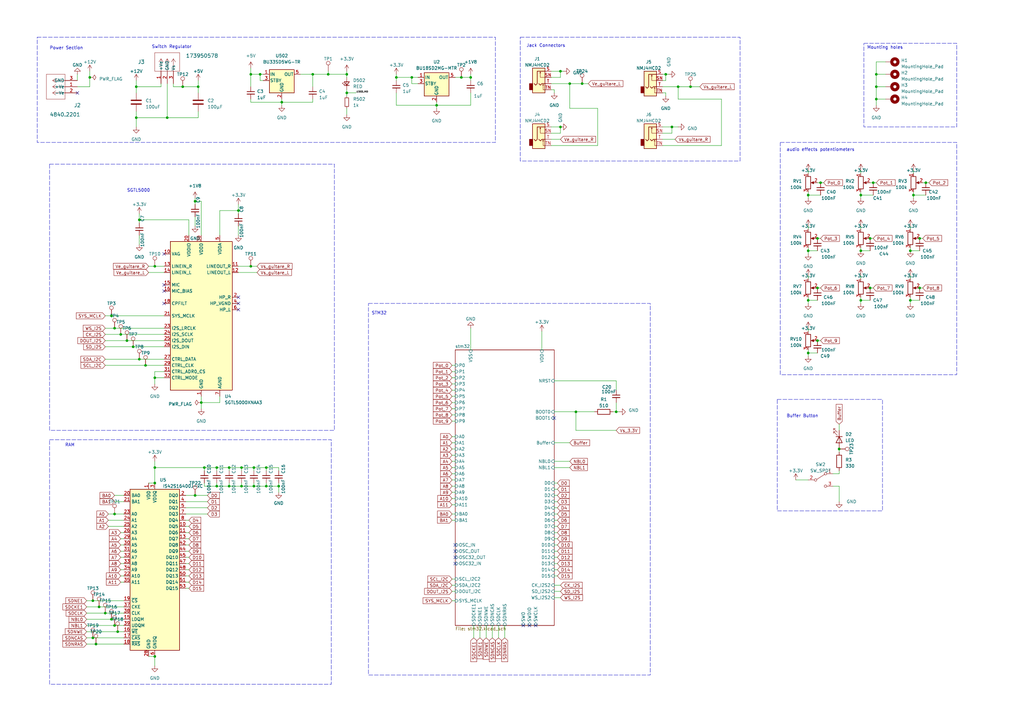
<source format=kicad_sch>
(kicad_sch (version 20230121) (generator eeschema)
  (paper "A3")
  (title_block (title "Schéma electrique de la pédale multi-effets") (date "2023-10-17") (company "PME - ENSEA") (comment 1 "Camille LANFREDI") (comment 2 "Jolan Thomasset") (comment 3 "Luca Crosetto"))
  (lib_symbols
    (symbol "Audio:SGTL5000XNAA3"
      (property "Reference" "U" (at 0 0 0))
      (property "Value" "SGTL5000XNAA3" (at -7.62 -31.75 0))
      (symbol "SGTL5000XNAA3_1_1"
        (pin power_in line (at 0 -33.02 90) (length 2.54) (name "GND") (number "1"))
        (pin passive line (at -15.24 25.4 0) (length 2.54) (name "VAG") (number "10"))
        (pin output line (at 15.24 20.32 180) (length 2.54) (name "LINEOUT_R") (number "11"))
        (pin output line (at 15.24 17.78 180) (length 2.54) (name "LINEOUT_L") (number "12"))
        (pin input line (at -15.24 20.32 0) (length 2.54) (name "LINEIN_R") (number "13"))
        (pin input line (at -15.24 17.78 0) (length 2.54) (name "LINEIN_L") (number "14"))
        (pin input line (at -15.24 12.7 0) (length 2.54) (name "MIC") (number "15"))
        (pin input line (at -15.24 10.16 0) (length 2.54) (name "MIC_BIAS") (number "16"))
        (pin no_connect line (at 10.16 -20.32 0) (length 2.54) hide (name "NC") (number "17"))
        (pin input line (at -15.24 5.08 0) (length 2.54) (name "CPFILT") (number "18"))
        (pin no_connect line (at 10.16 -2.54 0) (length 2.54) hide (name "NC") (number "19"))
        (pin output line (at 15.24 7.62 180) (length 2.54) (name "HP_R") (number "2"))
        (pin power_in line (at -5.08 33.02 270) (length 2.54) (name "VDDIO") (number "20"))
        (pin input line (at -15.24 0 0) (length 2.54) (name "SYS_MCLK") (number "21"))
        (pin no_connect line (at 10.16 -5.08 0) (length 2.54) hide (name "NC") (number "22"))
        (pin input line (at -15.24 -5.08 0) (length 2.54) (name "I2S_LRCLK") (number "23"))
        (pin input line (at -15.24 -7.62 0) (length 2.54) (name "I2S_SCLK") (number "24"))
        (pin output line (at -15.24 -10.16 0) (length 2.54) (name "I2S_DOUT") (number "25"))
        (pin input line (at -15.24 -12.7 0) (length 2.54) (name "I2S_DIN") (number "26"))
        (pin input line (at -15.24 -17.78 0) (length 2.54) (name "CTRL_DATA") (number "27"))
        (pin no_connect line (at 10.16 -7.62 0) (length 2.54) hide (name "NC") (number "28"))
        (pin input line (at -15.24 -20.32 0) (length 2.54) (name "CTRL_CLK") (number "29"))
        (pin passive line (at 0 -33.02 90) (length 2.54) hide (name "GND") (number "3"))
        (pin power_in line (at 0 33.02 270) (length 2.54) (name "VDDD") (number "30"))
        (pin input line (at -15.24 -22.86 0) (length 2.54) (name "CTRL_ADR0_CS") (number "31"))
        (pin input line (at -15.24 -25.4 0) (length 2.54) (name "CTRL_MODE") (number "32"))
        (pin passive line (at 0 -33.02 90) (length 2.54) hide (name "GND") (number "33"))
        (pin power_out line (at 15.24 5.08 180) (length 2.54) (name "HP_VGND") (number "4"))
        (pin power_in line (at 7.62 33.02 270) (length 2.54) (name "VDDA") (number "5"))
        (pin output line (at 15.24 2.54 180) (length 2.54) (name "HP_L") (number "6"))
        (pin power_in line (at 7.62 -33.02 90) (length 2.54) (name "AGND") (number "7"))
        (pin no_connect line (at 10.16 -15.24 0) (length 2.54) hide (name "NC") (number "8"))
        (pin no_connect line (at 10.16 -17.78 0) (length 2.54) hide (name "NC") (number "9"))
      )
    )
    (symbol "Connector:TestPoint" (pin_numbers hide) (pin_names (offset 0.762) hide)
      (property "Reference" "TP" (at 0 6.858 0))
      (property "Value" "TestPoint" (at 0 5.08 0))
      (symbol "TestPoint_1_1"
        (pin passive line (at 0 0 90) (length 2.54) (name "1") (number "1"))
      )
    )
    (symbol "Connector_Audio:NMJ4HCD2"
      (property "Reference" "J" (at 0 11.43 0))
      (property "Value" "NMJ4HCD2" (at 0 8.89 0))
      (symbol "NMJ4HCD2_1_1"
        (pin passive line (at 5.08 5.08 180) (length 2.54) (name "~") (number "S"))
        (pin passive line (at 5.08 2.54 180) (length 2.54) (name "~") (number "SN"))
        (pin passive line (at 5.08 0 180) (length 2.54) (name "~") (number "T"))
        (pin passive line (at 5.08 -2.54 180) (length 2.54) (name "~") (number "TN"))
      )
    )
    (symbol "Device:C" (pin_numbers hide) (pin_names (offset 0.254))
      (property "Reference" "C" (at 0.635 2.54 0))
      (property "Value" "C" (at 0.635 -2.54 0))
      (symbol "C_1_1"
        (pin passive line (at 0 3.81 270) (length 2.794) (name "~") (number "1"))
        (pin passive line (at 0 -3.81 90) (length 2.794) (name "~") (number "2"))
      )
    )
    (symbol "Device:C_Small" (pin_numbers hide) (pin_names (offset 0.254) hide)
      (property "Reference" "C" (at 0.254 1.778 0))
      (property "Value" "C_Small" (at 0.254 -2.032 0))
      (symbol "C_Small_1_1"
        (pin passive line (at 0 2.54 270) (length 2.032) (name "~") (number "1"))
        (pin passive line (at 0 -2.54 90) (length 2.032) (name "~") (number "2"))
      )
    )
    (symbol "Device:LED" (pin_numbers hide) (pin_names (offset 1.016) hide)
      (property "Reference" "D" (at 0 2.54 0))
      (property "Value" "LED" (at 0 -2.54 0))
      (symbol "LED_1_1"
        (pin passive line (at -3.81 0 0) (length 2.54) (name "K") (number "1"))
        (pin passive line (at 3.81 0 180) (length 2.54) (name "A") (number "2"))
      )
    )
    (symbol "Device:LED_Small" (pin_numbers hide) (pin_names (offset 0.254) hide)
      (property "Reference" "D" (at -1.27 3.175 0))
      (property "Value" "LED_Small" (at -4.445 -2.54 0))
      (symbol "LED_Small_1_1"
        (pin passive line (at -2.54 0 0) (length 1.778) (name "K") (number "1"))
        (pin passive line (at 2.54 0 180) (length 1.778) (name "A") (number "2"))
      )
    )
    (symbol "Device:R" (pin_numbers hide) (pin_names (offset 0))
      (property "Reference" "R" (at 2.032 0 90))
      (property "Value" "R" (at 0 0 90))
      (symbol "R_1_1"
        (pin passive line (at 0 3.81 270) (length 1.27) (name "~") (number "1"))
        (pin passive line (at 0 -3.81 90) (length 1.27) (name "~") (number "2"))
      )
    )
    (symbol "Device:R_Potentiometer" (pin_names (offset 1.016) hide)
      (property "Reference" "RV" (at -4.445 0 90))
      (property "Value" "R_Potentiometer" (at -2.54 0 90))
      (symbol "R_Potentiometer_1_1"
        (pin passive line (at 0 3.81 270) (length 1.27) (name "1") (number "1"))
        (pin passive line (at 3.81 0 180) (length 1.27) (name "2") (number "2"))
        (pin passive line (at 0 -3.81 90) (length 1.27) (name "3") (number "3"))
      )
    )
    (symbol "Device:R_Small" (pin_numbers hide) (pin_names (offset 0.254) hide)
      (property "Reference" "R" (at 0.762 0.508 0))
      (property "Value" "R_Small" (at 0.762 -1.016 0))
      (symbol "R_Small_1_1"
        (pin passive line (at 0 2.54 270) (length 0.762) (name "~") (number "1"))
        (pin passive line (at 0 -2.54 90) (length 0.762) (name "~") (number "2"))
      )
    )
    (symbol "Mechanical:MountingHole_Pad" (pin_numbers hide) (pin_names (offset 1.016) hide)
      (property "Reference" "H" (at 0 6.35 0))
      (property "Value" "MountingHole_Pad" (at 0 4.445 0))
      (symbol "MountingHole_Pad_1_1"
        (pin input line (at 0 -2.54 90) (length 2.54) (name "1") (number "1"))
      )
    )
    (symbol "Memory_RAM:IS42S16400J-xC"
      (property "Reference" "U" (at -8.89 34.29 0))
      (property "Value" "IS42S16400J-xC" (at 8.89 34.29 0))
      (symbol "IS42S16400J-xC_1_1"
        (pin power_in line (at -2.54 35.56 270) (length 2.54) (name "VDD") (number "1"))
        (pin bidirectional line (at 12.7 17.78 180) (length 2.54) (name "DQ5") (number "10"))
        (pin bidirectional line (at 12.7 15.24 180) (length 2.54) (name "DQ6") (number "11"))
        (pin passive line (at 0 -35.56 90) (length 2.54) hide (name "GNDQ") (number "12"))
        (pin bidirectional line (at 12.7 12.7 180) (length 2.54) (name "DQ7") (number "13"))
        (pin passive line (at -2.54 35.56 270) (length 2.54) hide (name "VDD") (number "14"))
        (pin input line (at -12.7 -20.32 0) (length 2.54) (name "LDQM") (number "15"))
        (pin input line (at -12.7 -25.4 0) (length 2.54) (name "~{WE}") (number "16"))
        (pin input line (at -12.7 -27.94 0) (length 2.54) (name "~{CAS}") (number "17"))
        (pin input line (at -12.7 -30.48 0) (length 2.54) (name "~{RAS}") (number "18"))
        (pin input line (at -12.7 -12.7 0) (length 2.54) (name "~{CS}") (number "19"))
        (pin bidirectional line (at 12.7 30.48 180) (length 2.54) (name "DQ0") (number "2"))
        (pin input line (at -12.7 30.48 0) (length 2.54) (name "BA0") (number "20"))
        (pin input line (at -12.7 27.94 0) (length 2.54) (name "BA1") (number "21"))
        (pin input line (at -12.7 -2.54 0) (length 2.54) (name "A10") (number "22"))
        (pin input line (at -12.7 22.86 0) (length 2.54) (name "A0") (number "23"))
        (pin input line (at -12.7 20.32 0) (length 2.54) (name "A1") (number "24"))
        (pin input line (at -12.7 17.78 0) (length 2.54) (name "A2") (number "25"))
        (pin input line (at -12.7 15.24 0) (length 2.54) (name "A3") (number "26"))
        (pin passive line (at -2.54 35.56 270) (length 2.54) hide (name "VDD") (number "27"))
        (pin power_in line (at -2.54 -35.56 90) (length 2.54) (name "GND") (number "28"))
        (pin input line (at -12.7 12.7 0) (length 2.54) (name "A4") (number "29"))
        (pin power_in line (at 0 35.56 270) (length 2.54) (name "VDDQ") (number "3"))
        (pin input line (at -12.7 10.16 0) (length 2.54) (name "A5") (number "30"))
        (pin input line (at -12.7 7.62 0) (length 2.54) (name "A6") (number "31"))
        (pin input line (at -12.7 5.08 0) (length 2.54) (name "A7") (number "32"))
        (pin input line (at -12.7 2.54 0) (length 2.54) (name "A8") (number "33"))
        (pin input line (at -12.7 0 0) (length 2.54) (name "A9") (number "34"))
        (pin input line (at -12.7 -5.08 0) (length 2.54) (name "A11") (number "35"))
        (pin no_connect line (at 10.16 -17.78 180) (length 2.54) hide (name "NC") (number "36"))
        (pin input line (at -12.7 -15.24 0) (length 2.54) (name "CKE") (number "37"))
        (pin input line (at -12.7 -17.78 0) (length 2.54) (name "CLK") (number "38"))
        (pin input line (at -12.7 -22.86 0) (length 2.54) (name "UDQM") (number "39"))
        (pin bidirectional line (at 12.7 27.94 180) (length 2.54) (name "DQ1") (number "4"))
        (pin no_connect line (at 10.16 -20.32 180) (length 2.54) hide (name "NC") (number "40"))
        (pin passive line (at -2.54 -35.56 90) (length 2.54) hide (name "GND") (number "41"))
        (pin bidirectional line (at 12.7 10.16 180) (length 2.54) (name "DQ8") (number "42"))
        (pin passive line (at 0 35.56 270) (length 2.54) hide (name "VDDQ") (number "43"))
        (pin bidirectional line (at 12.7 7.62 180) (length 2.54) (name "DQ9") (number "44"))
        (pin bidirectional line (at 12.7 5.08 180) (length 2.54) (name "DQ10") (number "45"))
        (pin passive line (at 0 -35.56 90) (length 2.54) hide (name "GNDQ") (number "46"))
        (pin bidirectional line (at 12.7 2.54 180) (length 2.54) (name "DQ11") (number "47"))
        (pin bidirectional line (at 12.7 0 180) (length 2.54) (name "DQ12") (number "48"))
        (pin passive line (at 0 35.56 270) (length 2.54) hide (name "VDDQ") (number "49"))
        (pin bidirectional line (at 12.7 25.4 180) (length 2.54) (name "DQ2") (number "5"))
        (pin bidirectional line (at 12.7 -2.54 180) (length 2.54) (name "DQ13") (number "50"))
        (pin bidirectional line (at 12.7 -5.08 180) (length 2.54) (name "DQ14") (number "51"))
        (pin passive line (at 0 -35.56 90) (length 2.54) hide (name "GNDQ") (number "52"))
        (pin bidirectional line (at 12.7 -7.62 180) (length 2.54) (name "DQ15") (number "53"))
        (pin passive line (at -2.54 -35.56 90) (length 2.54) hide (name "GND") (number "54"))
        (pin power_in line (at 0 -35.56 90) (length 2.54) (name "GNDQ") (number "6"))
        (pin bidirectional line (at 12.7 22.86 180) (length 2.54) (name "DQ3") (number "7"))
        (pin bidirectional line (at 12.7 20.32 180) (length 2.54) (name "DQ4") (number "8"))
        (pin passive line (at 0 35.56 270) (length 2.54) hide (name "VDDQ") (number "9"))
      )
    )
    (symbol "REGULATEUR 5V:4840.2201" (pin_names (offset 0.254))
      (property "Reference" "J" (at 8.89 6.35 0))
      (property "Value" "4840.2201" (at 1.27 5.08 0))
      (symbol "4840.2201_1_1"
        (pin power_in line (at 0 -2.54 0) (length 5.08) (name "+Ve") (number "1"))
        (pin power_in line (at 0 0 0) (length 5.08) (name "-Ve") (number "2"))
        (pin power_in line (at 0 -5.08 0) (length 5.08) (name "GND") (number "3"))
      )
      (symbol "4840.2201_1_2"
        (pin unspecified line (at 0 -2.54 0) (length 5.08) (name "1") (number "1"))
        (pin unspecified line (at 0 0 0) (length 5.08) (name "2") (number "2"))
        (pin unspecified line (at 0 -5.08 0) (length 5.08) (name "3") (number "3"))
      )
    )
    (symbol "Regulator 5V:173950578" (pin_names (offset 0.254))
      (property "Reference" "J" (at 8.89 6.35 0))
      (property "Value" "173950578" (at 0 0 0))
      (symbol "173950578_0_1"
        (pin power_in line (at 0 0 0) (length 5.08) (name "+Ve") (number "1"))
        (pin power_in line (at 0 -2.54 0) (length 5.08) (name "GND") (number "2"))
        (pin power_out line (at 0 -5.08 0) (length 5.08) (name "Vs") (number "3"))
      )
    )
    (symbol "Switch:SW_SPDT" (pin_names (offset 0) hide)
      (property "Reference" "SW" (at 0 4.318 0))
      (property "Value" "SW_SPDT" (at 0 -5.08 0))
      (symbol "SW_SPDT_1_1"
        (pin passive line (at 5.08 2.54 180) (length 2.54) (name "A") (number "1"))
        (pin passive line (at -5.08 0 0) (length 2.54) (name "B") (number "2"))
        (pin passive line (at 5.08 -2.54 180) (length 2.54) (name "C") (number "3"))
      )
    )
    (symbol "WITNS_ROHM:BU18SD2MG-MTR" (pin_names (offset 0.254))
      (property "Reference" "U?" (at 0 9.525 0))
      (property "Value" "BU18SD2MG-MTR" (at 0 6.985 0))
      (symbol "BU18SD2MG-MTR_1_1"
        (pin power_in line (at -7.62 2.54 0) (length 2.54) (name "IN") (number "1"))
        (pin power_in line (at 0 -7.62 90) (length 2.54) (name "GND") (number "2"))
        (pin input line (at -7.62 0 0) (length 2.54) (name "STBY") (number "3"))
        (pin no_connect line (at 5.08 0 180) (length 2.54) hide (name "NC") (number "4"))
        (pin power_out line (at 7.62 2.54 180) (length 2.54) (name "OUT") (number "5"))
      )
    )
    (symbol "WITNS_ROHM:BU33SD5WG-TR" (pin_names (offset 0.254))
      (property "Reference" "U?" (at 0 10.16 0))
      (property "Value" "BU33SD5WG-TR" (at 0 7.62 0))
      (symbol "BU33SD5WG-TR_1_1"
        (pin power_in line (at -7.62 2.54 0) (length 2.54) (name "IN") (number "1"))
        (pin power_in line (at 0 -7.62 90) (length 2.54) (name "GND") (number "2"))
        (pin input line (at -7.62 0 0) (length 2.54) (name "STBY") (number "3"))
        (pin no_connect line (at 5.08 0 180) (length 2.54) hide (name "NC") (number "4"))
        (pin power_out line (at 7.62 2.54 180) (length 2.54) (name "OUT") (number "5"))
      )
    )
    (symbol "power:+12V" (power) (pin_names (offset 0))
      (property "Value" "+12V" (at 0 3.556 0))
      (symbol "+12V_1_1"
        (pin power_in line (at 0 0 90) (length 0) hide (name "+12V") (number "1"))
      )
    )
    (symbol "power:+1V8" (power) (pin_names (offset 0))
      (property "Value" "+1V8" (at 0 3.556 0))
      (symbol "+1V8_1_1"
        (pin power_in line (at 0 0 90) (length 0) hide (name "+1V8") (number "1"))
      )
    )
    (symbol "power:+3.3V" (power) (pin_names (offset 0))
      (property "Value" "+3.3V" (at 0 3.556 0))
      (symbol "+3.3V_1_1"
        (pin power_in line (at 0 0 90) (length 0) hide (name "+3.3V") (number "1"))
      )
    )
    (symbol "power:+5V" (power) (pin_names (offset 0))
      (property "Value" "+5V" (at 0 3.556 0))
      (symbol "+5V_1_1"
        (pin power_in line (at 0 0 90) (length 0) hide (name "+5V") (number "1"))
      )
    )
    (symbol "power:GND" (power) (pin_names (offset 0))
      (property "Value" "GND" (at 0 -3.81 0))
      (symbol "GND_1_1"
        (pin power_in line (at 0 0 270) (length 0) hide (name "GND") (number "1"))
      )
    )
    (symbol "power:PWR_FLAG" (power) (pin_numbers hide) (pin_names (offset 0) hide)
      (property "Value" "PWR_FLAG" (at 0 3.81 0))
      (symbol "PWR_FLAG_0_0"
        (pin power_out line (at 0 0 90) (length 0) (name "pwr") (number "1"))
      )
    )
  )
  (junction (at 128.27 30.48))
  (junction (at 45.72 129.54))
  (junction (at 49.53 137.16))
  (junction (at 43.18 251.46))
  (junction (at 353.06 80.01))
  (junction (at 55.88 48.26))
  (junction (at 99.06 191.77))
  (junction (at 359.41 30.48))
  (junction (at 273.05 30.48))
  (junction (at 331.47 80.01))
  (junction (at 336.55 74.93))
  (junction (at 229.87 29.21))
  (junction (at 46.99 134.62))
  (junction (at 52.07 139.7))
  (junction (at 335.28 118.11))
  (junction (at 358.14 74.93))
  (junction (at 142.24 30.48))
  (junction (at 81.28 35.56))
  (junction (at 93.98 199.39))
  (junction (at 179.07 43.18))
  (junction (at 377.19 118.11))
  (junction (at 57.15 147.32))
  (junction (at 356.87 118.11))
  (junction (at 63.5 109.22))
  (junction (at 233.68 34.29))
  (junction (at 57.15 90.17))
  (junction (at 40.64 248.92))
  (junction (at 134.62 30.48))
  (junction (at 54.61 142.24))
  (junction (at 88.9 199.39))
  (junction (at 63.5 191.77))
  (junction (at 63.5 198.12))
  (junction (at 373.38 123.19))
  (junction (at 331.47 102.87))
  (junction (at 252.73 168.91))
  (junction (at 38.1 261.62))
  (junction (at 80.01 203.2))
  (junction (at 88.9 191.77))
  (junction (at 63.5 154.94))
  (junction (at 331.47 144.78))
  (junction (at 63.5 269.24))
  (junction (at 278.13 35.56))
  (junction (at 344.17 184.15))
  (junction (at 36.83 31.75))
  (junction (at 275.59 52.07))
  (junction (at 93.98 191.77))
  (junction (at 168.91 31.75))
  (junction (at 283.21 35.56))
  (junction (at 335.28 139.7))
  (junction (at 83.82 191.77))
  (junction (at 356.87 97.79))
  (junction (at 55.88 35.56))
  (junction (at 189.23 31.75))
  (junction (at 229.87 52.07))
  (junction (at 46.99 256.54))
  (junction (at 374.65 80.01))
  (junction (at 38.1 246.38))
  (junction (at 99.06 199.39))
  (junction (at 59.69 149.86))
  (junction (at 46.99 210.82))
  (junction (at 335.28 97.79))
  (junction (at 68.58 48.26))
  (junction (at 238.76 34.29))
  (junction (at 102.87 109.22))
  (junction (at 97.79 86.36))
  (junction (at 331.47 123.19))
  (junction (at 377.19 97.79))
  (junction (at 379.73 74.93))
  (junction (at 353.06 123.19))
  (junction (at 48.26 259.08))
  (junction (at 236.22 168.91))
  (junction (at 82.55 165.1))
  (junction (at 359.41 40.64))
  (junction (at 104.14 199.39))
  (junction (at 353.06 102.87))
  (junction (at 109.22 191.77))
  (junction (at 102.87 30.48))
  (junction (at 104.14 191.77))
  (junction (at 80.01 82.55))
  (junction (at 114.3 199.39))
  (junction (at 359.41 35.56))
  (junction (at 109.22 199.39))
  (junction (at 142.24 38.1))
  (junction (at 115.57 41.91))
  (junction (at 373.38 102.87))
  (junction (at 162.56 31.75))
  (junction (at 74.93 35.56))
  (junction (at 39.37 264.16))
  (junction (at 193.04 31.75))
  (junction (at 45.72 254))
  (junction (at 106.68 30.48))
  (no_connect (at 186.69 226.06))
  (no_connect (at 186.69 228.6))
  (no_connect (at 67.31 116.84))
  (no_connect (at 186.69 231.14))
  (no_connect (at 217.17 256.54))
  (no_connect (at 186.69 223.52))
  (no_connect (at 227.33 171.45))
  (no_connect (at 214.63 256.54))
  (no_connect (at 67.31 119.38))
  (no_connect (at 67.31 124.46))
  (no_connect (at 97.79 127))
  (no_connect (at 31.75 38.1))
  (no_connect (at 97.79 124.46))
  (no_connect (at 219.71 256.54))
  (no_connect (at 67.31 104.14))
  (no_connect (at 97.79 121.92))
  (wire (pts (xy 344.17 173.99) (xy 344.17 176.53)))
  (wire (pts (xy 31.75 30.48) (xy 31.75 33.02)))
  (wire (pts (xy 179.07 43.18) (xy 179.07 41.91)))
  (wire (pts (xy 134.62 29.21) (xy 134.62 30.48)))
  (wire (pts (xy 227.33 233.68) (xy 228.6 233.68)))
  (wire (pts (xy 331.47 143.51) (xy 331.47 144.78)))
  (wire (pts (xy 168.91 31.75) (xy 171.45 31.75)))
  (wire (pts (xy 115.57 40.64) (xy 115.57 41.91)))
  (wire (pts (xy 90.17 162.56) (xy 90.17 165.1)))
  (wire (pts (xy 238.76 34.29) (xy 241.3 34.29)))
  (wire (pts (xy 271.78 59.69) (xy 295.91 59.69)))
  (wire (pts (xy 49.53 233.68) (xy 50.8 233.68)))
  (wire (pts (xy 162.56 43.18) (xy 179.07 43.18)))
  (wire (pts (xy 55.88 45.72) (xy 55.88 48.26)))
  (wire (pts (xy 35.56 248.92) (xy 40.64 248.92)))
  (wire (pts (xy 226.06 34.29) (xy 233.68 34.29)))
  (wire (pts (xy 226.06 52.07) (xy 229.87 52.07)))
  (wire (pts (xy 46.99 203.2) (xy 50.8 203.2)))
  (wire (pts (xy 109.22 199.39) (xy 114.3 199.39)))
  (wire (pts (xy 344.17 199.39) (xy 341.63 199.39)))
  (wire (pts (xy 85.09 210.82) (xy 76.2 210.82)))
  (wire (pts (xy 93.98 199.39) (xy 99.06 199.39)))
  (wire (pts (xy 185.42 191.77) (xy 186.69 191.77)))
  (wire (pts (xy 185.42 152.4) (xy 186.69 152.4)))
  (wire (pts (xy 381 74.93) (xy 379.73 74.93)))
  (wire (pts (xy 102.87 27.94) (xy 102.87 30.48)))
  (wire (pts (xy 189.23 31.75) (xy 193.04 31.75)))
  (wire (pts (xy 46.99 210.82) (xy 50.8 210.82)))
  (wire (pts (xy 344.17 184.15) (xy 344.17 185.42)))
  (wire (pts (xy 44.45 210.82) (xy 46.99 210.82)))
  (wire (pts (xy 109.22 193.04) (xy 109.22 191.77)))
  (wire (pts (xy 374.65 69.85) (xy 374.65 71.12)))
  (wire (pts (xy 102.87 40.64) (xy 102.87 41.91)))
  (wire (pts (xy 162.56 38.1) (xy 162.56 43.18)))
  (wire (pts (xy 271.78 57.15) (xy 276.86 57.15)))
  (wire (pts (xy 85.09 208.28) (xy 76.2 208.28)))
  (wire (pts (xy 57.15 96.52) (xy 57.15 100.33)))
  (wire (pts (xy 43.18 129.54) (xy 45.72 129.54)))
  (wire (pts (xy 142.24 29.21) (xy 142.24 30.48)))
  (wire (pts (xy 114.3 191.77) (xy 109.22 191.77)))
  (wire (pts (xy 373.38 113.03) (xy 373.38 114.3)))
  (wire (pts (xy 185.42 149.86) (xy 186.69 149.86)))
  (wire (pts (xy 57.15 87.63) (xy 57.15 90.17)))
  (wire (pts (xy 185.42 162.56) (xy 186.69 162.56)))
  (wire (pts (xy 43.18 134.62) (xy 46.99 134.62)))
  (wire (pts (xy 185.42 242.57) (xy 186.69 242.57)))
  (wire (pts (xy 226.06 57.15) (xy 229.87 57.15)))
  (wire (pts (xy 71.12 34.29) (xy 71.12 35.56)))
  (wire (pts (xy 236.22 176.53) (xy 252.73 176.53)))
  (wire (pts (xy 271.78 52.07) (xy 275.59 52.07)))
  (wire (pts (xy 374.65 80.01) (xy 374.65 81.28)))
  (wire (pts (xy 146.05 38.1) (xy 142.24 38.1)))
  (wire (pts (xy 90.17 86.36) (xy 97.79 86.36)))
  (wire (pts (xy 331.47 80.01) (xy 336.55 80.01)))
  (wire (pts (xy 271.78 33.02) (xy 273.05 33.02)))
  (wire (pts (xy 80.01 81.28) (xy 80.01 82.55)))
  (wire (pts (xy 35.56 246.38) (xy 38.1 246.38)))
  (wire (pts (xy 185.42 207.01) (xy 186.69 207.01)))
  (wire (pts (xy 179.07 44.45) (xy 179.07 43.18)))
  (wire (pts (xy 43.18 139.7) (xy 52.07 139.7)))
  (wire (pts (xy 227.33 245.11) (xy 229.87 245.11)))
  (wire (pts (xy 353.06 92.71) (xy 353.06 93.98)))
  (wire (pts (xy 49.53 220.98) (xy 50.8 220.98)))
  (wire (pts (xy 81.28 35.56) (xy 81.28 38.1)))
  (wire (pts (xy 38.1 246.38) (xy 50.8 246.38)))
  (wire (pts (xy 97.79 92.71) (xy 97.79 96.52)))
  (wire (pts (xy 359.41 40.64) (xy 363.22 40.64)))
  (wire (pts (xy 68.58 34.29) (xy 68.58 48.26)))
  (wire (pts (xy 66.04 35.56) (xy 66.04 34.29)))
  (wire (pts (xy 97.79 86.36) (xy 97.79 87.63)))
  (wire (pts (xy 162.56 31.75) (xy 162.56 30.48)))
  (wire (pts (xy 63.5 191.77) (xy 83.82 191.77)))
  (wire (pts (xy 83.82 191.77) (xy 88.9 191.77)))
  (wire (pts (xy 123.19 30.48) (xy 128.27 30.48)))
  (wire (pts (xy 80.01 203.2) (xy 76.2 203.2)))
  (wire (pts (xy 373.38 123.19) (xy 377.19 123.19)))
  (wire (pts (xy 271.78 54.61) (xy 275.59 54.61)))
  (wire (pts (xy 35.56 251.46) (xy 43.18 251.46)))
  (wire (pts (xy 227.33 231.14) (xy 228.6 231.14)))
  (wire (pts (xy 77.47 90.17) (xy 77.47 96.52)))
  (wire (pts (xy 162.56 33.02) (xy 162.56 31.75)))
  (wire (pts (xy 77.47 215.9) (xy 76.2 215.9)))
  (wire (pts (xy 226.06 54.61) (xy 229.87 54.61)))
  (wire (pts (xy 185.42 186.69) (xy 186.69 186.69)))
  (wire (pts (xy 80.01 82.55) (xy 80.01 83.82)))
  (wire (pts (xy 273.05 38.1) (xy 273.05 39.37)))
  (wire (pts (xy 245.11 59.69) (xy 226.06 59.69)))
  (wire (pts (xy 185.42 154.94) (xy 186.69 154.94)))
  (wire (pts (xy 36.83 31.75) (xy 36.83 29.21)))
  (wire (pts (xy 227.33 198.12) (xy 228.6 198.12)))
  (wire (pts (xy 46.99 256.54) (xy 50.8 256.54)))
  (wire (pts (xy 185.42 204.47) (xy 186.69 204.47)))
  (wire (pts (xy 106.68 33.02) (xy 106.68 30.48)))
  (wire (pts (xy 35.56 261.62) (xy 38.1 261.62)))
  (wire (pts (xy 359.41 35.56) (xy 359.41 40.64)))
  (wire (pts (xy 353.06 80.01) (xy 358.14 80.01)))
  (wire (pts (xy 358.14 97.79) (xy 356.87 97.79)))
  (wire (pts (xy 43.18 251.46) (xy 50.8 251.46)))
  (wire (pts (xy 359.41 40.64) (xy 359.41 43.18)))
  (wire (pts (xy 63.5 154.94) (xy 67.31 154.94)))
  (wire (pts (xy 331.47 121.92) (xy 331.47 123.19)))
  (wire (pts (xy 227.33 205.74) (xy 228.6 205.74)))
  (wire (pts (xy 185.42 201.93) (xy 186.69 201.93)))
  (wire (pts (xy 363.22 25.4) (xy 359.41 25.4)))
  (wire (pts (xy 85.09 205.74) (xy 76.2 205.74)))
  (wire (pts (xy 226.06 36.83) (xy 227.33 36.83)))
  (wire (pts (xy 278.13 35.56) (xy 283.21 35.56)))
  (wire (pts (xy 99.06 198.12) (xy 99.06 199.39)))
  (wire (pts (xy 185.42 237.49) (xy 186.69 237.49)))
  (wire (pts (xy 353.06 80.01) (xy 353.06 81.28)))
  (wire (pts (xy 40.64 248.92) (xy 50.8 248.92)))
  (wire (pts (xy 99.06 199.39) (xy 104.14 199.39)))
  (wire (pts (xy 82.55 165.1) (xy 82.55 167.64)))
  (wire (pts (xy 49.53 137.16) (xy 67.31 137.16)))
  (wire (pts (xy 83.82 199.39) (xy 88.9 199.39)))
  (wire (pts (xy 358.14 74.93) (xy 356.87 74.93)))
  (wire (pts (xy 377.19 118.11) (xy 378.46 118.11)))
  (wire (pts (xy 199.39 256.54) (xy 199.39 261.62)))
  (wire (pts (xy 63.5 269.24) (xy 63.5 273.05)))
  (wire (pts (xy 93.98 191.77) (xy 93.98 193.04)))
  (wire (pts (xy 227.33 181.61) (xy 233.68 181.61)))
  (wire (pts (xy 185.42 184.15) (xy 186.69 184.15)))
  (wire (pts (xy 38.1 261.62) (xy 50.8 261.62)))
  (wire (pts (xy 185.42 170.18) (xy 186.69 170.18)))
  (wire (pts (xy 102.87 109.22) (xy 105.41 109.22)))
  (wire (pts (xy 77.47 236.22) (xy 76.2 236.22)))
  (wire (pts (xy 353.06 123.19) (xy 353.06 124.46)))
  (wire (pts (xy 378.46 97.79) (xy 377.19 97.79)))
  (wire (pts (xy 331.47 78.74) (xy 331.47 80.01)))
  (wire (pts (xy 227.33 242.57) (xy 229.87 242.57)))
  (wire (pts (xy 271.78 30.48) (xy 273.05 30.48)))
  (wire (pts (xy 114.3 199.39) (xy 114.3 201.93)))
  (wire (pts (xy 233.68 34.29) (xy 233.68 44.45)))
  (wire (pts (xy 331.47 92.71) (xy 331.47 93.98)))
  (wire (pts (xy 326.39 196.85) (xy 331.47 196.85)))
  (wire (pts (xy 359.41 30.48) (xy 359.41 35.56)))
  (wire (pts (xy 60.96 111.76) (xy 67.31 111.76)))
  (wire (pts (xy 353.06 101.6) (xy 353.06 102.87)))
  (wire (pts (xy 227.33 215.9) (xy 228.6 215.9)))
  (wire (pts (xy 43.18 149.86) (xy 59.69 149.86)))
  (wire (pts (xy 68.58 48.26) (xy 81.28 48.26)))
  (wire (pts (xy 83.82 191.77) (xy 83.82 193.04)))
  (wire (pts (xy 114.3 193.04) (xy 114.3 191.77)))
  (wire (pts (xy 193.04 33.02) (xy 193.04 31.75)))
  (wire (pts (xy 233.68 34.29) (xy 238.76 34.29)))
  (wire (pts (xy 207.01 256.54) (xy 207.01 261.62)))
  (wire (pts (xy 142.24 36.83) (xy 142.24 38.1)))
  (wire (pts (xy 227.33 203.2) (xy 228.6 203.2)))
  (wire (pts (xy 77.47 220.98) (xy 76.2 220.98)))
  (wire (pts (xy 57.15 147.32) (xy 67.31 147.32)))
  (wire (pts (xy 60.96 269.24) (xy 63.5 269.24)))
  (wire (pts (xy 222.25 135.89) (xy 222.25 143.51)))
  (wire (pts (xy 227.33 200.66) (xy 228.6 200.66)))
  (wire (pts (xy 236.22 168.91) (xy 236.22 176.53)))
  (wire (pts (xy 93.98 198.12) (xy 93.98 199.39)))
  (wire (pts (xy 331.47 144.78) (xy 335.28 144.78)))
  (wire (pts (xy 104.14 191.77) (xy 104.14 193.04)))
  (wire (pts (xy 60.96 198.12) (xy 63.5 198.12)))
  (wire (pts (xy 63.5 109.22) (xy 67.31 109.22)))
  (wire (pts (xy 193.04 134.62) (xy 193.04 143.51)))
  (wire (pts (xy 63.5 154.94) (xy 63.5 157.48)))
  (wire (pts (xy 104.14 199.39) (xy 109.22 199.39)))
  (wire (pts (xy 271.78 35.56) (xy 278.13 35.56)))
  (wire (pts (xy 49.53 228.6) (xy 50.8 228.6)))
  (wire (pts (xy 295.91 59.69) (xy 295.91 40.64)))
  (wire (pts (xy 55.88 35.56) (xy 66.04 35.56)))
  (wire (pts (xy 63.5 191.77) (xy 63.5 198.12)))
  (wire (pts (xy 77.47 241.3) (xy 76.2 241.3)))
  (wire (pts (xy 80.01 88.9) (xy 80.01 92.71)))
  (wire (pts (xy 77.47 218.44) (xy 76.2 218.44)))
  (wire (pts (xy 128.27 30.48) (xy 134.62 30.48)))
  (wire (pts (xy 162.56 31.75) (xy 168.91 31.75)))
  (wire (pts (xy 295.91 40.64) (xy 278.13 40.64)))
  (wire (pts (xy 63.5 152.4) (xy 63.5 154.94)))
  (wire (pts (xy 226.06 31.75) (xy 229.87 31.75)))
  (wire (pts (xy 185.42 189.23) (xy 186.69 189.23)))
  (wire (pts (xy 331.47 134.62) (xy 331.47 135.89)))
  (wire (pts (xy 353.06 113.03) (xy 353.06 114.3)))
  (wire (pts (xy 114.3 198.12) (xy 114.3 199.39)))
  (wire (pts (xy 85.09 203.2) (xy 80.01 203.2)))
  (wire (pts (xy 359.41 74.93) (xy 358.14 74.93)))
  (wire (pts (xy 43.18 147.32) (xy 57.15 147.32)))
  (wire (pts (xy 283.21 35.56) (xy 287.02 35.56)))
  (wire (pts (xy 341.63 194.31) (xy 344.17 194.31)))
  (wire (pts (xy 185.42 199.39) (xy 186.69 199.39)))
  (wire (pts (xy 186.69 31.75) (xy 189.23 31.75)))
  (wire (pts (xy 97.79 83.82) (xy 97.79 86.36)))
  (wire (pts (xy 194.31 256.54) (xy 194.31 261.62)))
  (wire (pts (xy 185.42 240.03) (xy 186.69 240.03)))
  (wire (pts (xy 227.33 228.6) (xy 228.6 228.6)))
  (wire (pts (xy 45.72 129.54) (xy 67.31 129.54)))
  (wire (pts (xy 185.42 181.61) (xy 186.69 181.61)))
  (wire (pts (xy 227.33 156.21) (xy 252.73 156.21)))
  (wire (pts (xy 331.47 144.78) (xy 331.47 146.05)))
  (wire (pts (xy 227.33 220.98) (xy 228.6 220.98)))
  (wire (pts (xy 335.28 139.7) (xy 336.55 139.7)))
  (wire (pts (xy 109.22 199.39) (xy 109.22 198.12)))
  (wire (pts (xy 49.53 223.52) (xy 50.8 223.52)))
  (wire (pts (xy 185.42 165.1) (xy 186.69 165.1)))
  (wire (pts (xy 43.18 137.16) (xy 49.53 137.16)))
  (wire (pts (xy 106.68 30.48) (xy 107.95 30.48)))
  (wire (pts (xy 227.33 191.77) (xy 233.68 191.77)))
  (wire (pts (xy 43.18 142.24) (xy 54.61 142.24)))
  (wire (pts (xy 142.24 30.48) (xy 142.24 31.75)))
  (wire (pts (xy 39.37 264.16) (xy 50.8 264.16)))
  (wire (pts (xy 77.47 228.6) (xy 76.2 228.6)))
  (wire (pts (xy 227.33 218.44) (xy 228.6 218.44)))
  (wire (pts (xy 128.27 30.48) (xy 128.27 35.56)))
  (wire (pts (xy 81.28 33.02) (xy 81.28 35.56)))
  (wire (pts (xy 229.87 54.61) (xy 229.87 52.07)))
  (wire (pts (xy 83.82 198.12) (xy 83.82 199.39)))
  (wire (pts (xy 31.75 35.56) (xy 36.83 35.56)))
  (wire (pts (xy 57.15 90.17) (xy 57.15 91.44)))
  (wire (pts (xy 49.53 238.76) (xy 50.8 238.76)))
  (wire (pts (xy 128.27 41.91) (xy 128.27 40.64)))
  (wire (pts (xy 331.47 102.87) (xy 335.28 102.87)))
  (wire (pts (xy 353.06 123.19) (xy 356.87 123.19)))
  (wire (pts (xy 77.47 226.06) (xy 76.2 226.06)))
  (wire (pts (xy 227.33 36.83) (xy 227.33 38.1)))
  (wire (pts (xy 331.47 101.6) (xy 331.47 102.87)))
  (wire (pts (xy 185.42 167.64) (xy 186.69 167.64)))
  (wire (pts (xy 97.79 111.76) (xy 105.41 111.76)))
  (wire (pts (xy 44.45 213.36) (xy 50.8 213.36)))
  (wire (pts (xy 185.42 160.02) (xy 186.69 160.02)))
  (wire (pts (xy 185.42 194.31) (xy 186.69 194.31)))
  (wire (pts (xy 201.93 256.54) (xy 201.93 261.62)))
  (wire (pts (xy 82.55 162.56) (xy 82.55 165.1)))
  (wire (pts (xy 373.38 92.71) (xy 373.38 93.98)))
  (wire (pts (xy 353.06 78.74) (xy 353.06 80.01)))
  (wire (pts (xy 373.38 101.6) (xy 373.38 102.87)))
  (wire (pts (xy 275.59 54.61) (xy 275.59 52.07)))
  (wire (pts (xy 344.17 199.39) (xy 344.17 205.74)))
  (wire (pts (xy 77.47 213.36) (xy 76.2 213.36)))
  (wire (pts (xy 55.88 33.02) (xy 55.88 35.56)))
  (wire (pts (xy 46.99 205.74) (xy 50.8 205.74)))
  (wire (pts (xy 374.65 80.01) (xy 379.73 80.01)))
  (wire (pts (xy 227.33 168.91) (xy 236.22 168.91)))
  (wire (pts (xy 251.46 168.91) (xy 252.73 168.91)))
  (wire (pts (xy 46.99 134.62) (xy 67.31 134.62)))
  (wire (pts (xy 67.31 152.4) (xy 63.5 152.4)))
  (wire (pts (xy 102.87 30.48) (xy 102.87 35.56)))
  (wire (pts (xy 63.5 189.23) (xy 63.5 191.77)))
  (wire (pts (xy 359.41 30.48) (xy 363.22 30.48)))
  (wire (pts (xy 331.47 80.01) (xy 331.47 81.28)))
  (wire (pts (xy 252.73 168.91) (xy 254 168.91)))
  (wire (pts (xy 331.47 69.85) (xy 331.47 71.12)))
  (wire (pts (xy 331.47 123.19) (xy 331.47 124.46)))
  (wire (pts (xy 82.55 165.1) (xy 90.17 165.1)))
  (wire (pts (xy 227.33 226.06) (xy 228.6 226.06)))
  (wire (pts (xy 353.06 69.85) (xy 353.06 71.12)))
  (wire (pts (xy 373.38 102.87) (xy 377.19 102.87)))
  (wire (pts (xy 233.68 44.45) (xy 245.11 44.45)))
  (wire (pts (xy 134.62 30.48) (xy 142.24 30.48)))
  (wire (pts (xy 102.87 30.48) (xy 106.68 30.48)))
  (wire (pts (xy 55.88 48.26) (xy 55.88 52.07)))
  (wire (pts (xy 273.05 30.48) (xy 274.32 30.48)))
  (wire (pts (xy 331.47 113.03) (xy 331.47 114.3)))
  (wire (pts (xy 193.04 31.75) (xy 193.04 30.48)))
  (wire (pts (xy 229.87 29.21) (xy 231.14 29.21)))
  (wire (pts (xy 185.42 213.36) (xy 186.69 213.36)))
  (wire (pts (xy 142.24 44.45) (xy 142.24 46.99)))
  (wire (pts (xy 171.45 34.29) (xy 168.91 34.29)))
  (wire (pts (xy 227.33 213.36) (xy 228.6 213.36)))
  (wire (pts (xy 193.04 38.1) (xy 193.04 43.18)))
  (wire (pts (xy 196.85 256.54) (xy 196.85 261.62)))
  (wire (pts (xy 74.93 35.56) (xy 81.28 35.56)))
  (wire (pts (xy 359.41 35.56) (xy 363.22 35.56)))
  (wire (pts (xy 88.9 191.77) (xy 93.98 191.77)))
  (wire (pts (xy 36.83 35.56) (xy 36.83 31.75)))
  (wire (pts (xy 331.47 102.87) (xy 331.47 104.14)))
  (wire (pts (xy 97.79 109.22) (xy 102.87 109.22)))
  (wire (pts (xy 374.65 78.74) (xy 374.65 80.01)))
  (wire (pts (xy 193.04 43.18) (xy 179.07 43.18)))
  (wire (pts (xy 93.98 191.77) (xy 99.06 191.77)))
  (wire (pts (xy 104.14 198.12) (xy 104.14 199.39)))
  (wire (pts (xy 49.53 226.06) (xy 50.8 226.06)))
  (wire (pts (xy 142.24 38.1) (xy 142.24 39.37)))
  (wire (pts (xy 115.57 41.91) (xy 128.27 41.91)))
  (wire (pts (xy 77.47 238.76) (xy 76.2 238.76)))
  (wire (pts (xy 185.42 172.72) (xy 186.69 172.72)))
  (wire (pts (xy 185.42 196.85) (xy 186.69 196.85)))
  (wire (pts (xy 102.87 41.91) (xy 115.57 41.91)))
  (wire (pts (xy 104.14 191.77) (xy 109.22 191.77)))
  (wire (pts (xy 52.07 139.7) (xy 67.31 139.7)))
  (wire (pts (xy 353.06 121.92) (xy 353.06 123.19)))
  (wire (pts (xy 90.17 86.36) (xy 90.17 96.52)))
  (wire (pts (xy 35.56 256.54) (xy 46.99 256.54)))
  (wire (pts (xy 35.56 264.16) (xy 39.37 264.16)))
  (wire (pts (xy 336.55 118.11) (xy 335.28 118.11)))
  (wire (pts (xy 77.47 233.68) (xy 76.2 233.68)))
  (wire (pts (xy 359.41 25.4) (xy 359.41 30.48)))
  (wire (pts (xy 82.55 82.55) (xy 80.01 82.55)))
  (wire (pts (xy 44.45 215.9) (xy 50.8 215.9)))
  (wire (pts (xy 243.84 168.91) (xy 236.22 168.91)))
  (wire (pts (xy 204.47 256.54) (xy 204.47 261.62)))
  (wire (pts (xy 227.33 189.23) (xy 233.68 189.23)))
  (wire (pts (xy 115.57 41.91) (xy 115.57 43.18)))
  (wire (pts (xy 336.55 97.79) (xy 335.28 97.79)))
  (wire (pts (xy 353.06 102.87) (xy 356.87 102.87)))
  (wire (pts (xy 252.73 156.21) (xy 252.73 160.02)))
  (wire (pts (xy 227.33 223.52) (xy 228.6 223.52)))
  (wire (pts (xy 373.38 123.19) (xy 373.38 124.46)))
  (wire (pts (xy 185.42 210.82) (xy 186.69 210.82)))
  (wire (pts (xy 55.88 35.56) (xy 55.88 38.1)))
  (wire (pts (xy 35.56 254) (xy 45.72 254)))
  (wire (pts (xy 358.14 118.11) (xy 356.87 118.11)))
  (wire (pts (xy 271.78 38.1) (xy 273.05 38.1)))
  (wire (pts (xy 273.05 33.02) (xy 273.05 30.48)))
  (wire (pts (xy 275.59 52.07) (xy 278.13 52.07)))
  (wire (pts (xy 77.47 90.17) (xy 57.15 90.17)))
  (wire (pts (xy 60.96 109.22) (xy 63.5 109.22)))
  (wire (pts (xy 59.69 149.86) (xy 67.31 149.86)))
  (wire (pts (xy 81.28 45.72) (xy 81.28 48.26)))
  (wire (pts (xy 48.26 259.08) (xy 50.8 259.08)))
  (wire (pts (xy 336.55 74.93) (xy 337.82 74.93)))
  (wire (pts (xy 99.06 191.77) (xy 104.14 191.77)))
  (wire (pts (xy 55.88 48.26) (xy 68.58 48.26)))
  (wire (pts (xy 168.91 34.29) (xy 168.91 31.75)))
  (wire (pts (xy 245.11 44.45) (xy 245.11 59.69)))
  (wire (pts (xy 49.53 236.22) (xy 50.8 236.22)))
  (wire (pts (xy 82.55 82.55) (xy 82.55 96.52)))
  (wire (pts (xy 373.38 121.92) (xy 373.38 123.19)))
  (wire (pts (xy 107.95 33.02) (xy 106.68 33.02)))
  (wire (pts (xy 185.42 157.48) (xy 186.69 157.48)))
  (wire (pts (xy 335.28 74.93) (xy 336.55 74.93)))
  (wire (pts (xy 71.12 35.56) (xy 74.93 35.56)))
  (wire (pts (xy 49.53 218.44) (xy 50.8 218.44)))
  (wire (pts (xy 252.73 165.1) (xy 252.73 168.91)))
  (wire (pts (xy 35.56 259.08) (xy 48.26 259.08)))
  (wire (pts (xy 229.87 31.75) (xy 229.87 29.21)))
  (wire (pts (xy 99.06 191.77) (xy 99.06 193.04)))
  (wire (pts (xy 226.06 29.21) (xy 229.87 29.21)))
  (wire (pts (xy 49.53 231.14) (xy 50.8 231.14)))
  (wire (pts (xy 77.47 231.14) (xy 76.2 231.14)))
  (wire (pts (xy 227.33 236.22) (xy 228.6 236.22)))
  (wire (pts (xy 227.33 208.28) (xy 228.6 208.28)))
  (wire (pts (xy 88.9 191.77) (xy 88.9 193.04)))
  (wire (pts (xy 185.42 246.38) (xy 186.69 246.38)))
  (wire (pts (xy 344.17 193.04) (xy 344.17 194.31)))
  (wire (pts (xy 278.13 40.64) (xy 278.13 35.56)))
  (wire (pts (xy 77.47 223.52) (xy 76.2 223.52)))
  (wire (pts (xy 88.9 198.12) (xy 88.9 199.39)))
  (wire (pts (xy 88.9 199.39) (xy 93.98 199.39)))
  (wire (pts (xy 227.33 210.82) (xy 228.6 210.82)))
  (wire (pts (xy 45.72 254) (xy 50.8 254)))
  (wire (pts (xy 331.47 123.19) (xy 335.28 123.19)))
  (wire (pts (xy 379.73 74.93) (xy 378.46 74.93)))
  (wire (pts (xy 185.42 179.07) (xy 186.69 179.07)))
  (wire (pts (xy 54.61 142.24) (xy 67.31 142.24)))
  (wire (pts (xy 227.33 240.03) (xy 229.87 240.03)))
  (rectangle (start 20.32 67.31) (end 137.16 176.53) (stroke (width 0) (type dash)))
  (rectangle (start 15.24 15.24) (end 203.2 58.42) (stroke (width 0) (type dash)))
  (rectangle (start 318.77 163.83) (end 361.95 209.55) (stroke (width 0) (type dash)))
  (rectangle (start 320.04 58.42) (end 392.43 153.67) (stroke (width 0) (type dash)))
  (rectangle (start 20.32 180.34) (end 135.89 280.67) (stroke (width 0) (type dash)))
  (rectangle (start 354.33 17.78) (end 392.43 52.07) (stroke (width 0) (type dash)))
  (rectangle (start 151.13 124.46) (end 266.7 276.86) (stroke (width 0) (type dash)))
  (rectangle (start 213.36 15.24) (end 303.53 66.04) (stroke (width 0) (type dash)))
  (text "STM32\n\n \n" (at 152.4 133.35 0) (effects (font (size 1.27 1.27)) (justify left bottom)))
  (text "RAM\n \n" (at 26.67 185.42 0) (effects (font (size 1.27 1.27)) (justify left bottom)))
  (text "Mounting holes\n" (at 355.6 20.32 0) (effects (font (size 1.27 1.27)) (justify left bottom)))
  (text "SGTL5000\n\n\n \n" (at 52.07 85.09 0) (effects (font (size 1.27 1.27)) (justify left bottom)))
  (text "Switch Regulator\n\n\n" (at 62.23 24.13 0) (effects (font (size 1.27 1.27)) (justify left bottom)))
  (text "Power Section\n\n\n\n" (at 20.32 26.67 0) (effects (font (size 1.27 1.27)) (justify left bottom)))
  (text "Buffer Button\n" (at 322.58 171.45 0) (effects (font (size 1.27 1.27)) (justify left bottom)))
  (text "audio effects potentiometers\n" (at 322.58 62.23 0) (effects (font (size 1.27 1.27)) (justify left bottom)))
  (text "Jack Connectors\n\n" (at 215.9 21.59 0) (effects (font (size 1.27 1.27)) (justify left bottom)))
  (label "LED33_MID" (at 146.05 38.1 0) (effects (font (size 0.6 0.6))))
  (global_label "Pot_5" (shape input) (at 185.42 162.56 180) (property "Intersheetrefs" "${INTERSHEET_REFS}" (effects hide)))
  (global_label "D0" (shape input) (at 85.09 203.2 0) (property "Intersheetrefs" "${INTERSHEET_REFS}" (effects hide)))
  (global_label "D10" (shape input) (at 228.6 223.52 0) (property "Intersheetrefs" "${INTERSHEET_REFS}" (effects hide)))
  (global_label "A4" (shape input) (at 49.53 220.98 180) (property "Intersheetrefs" "${INTERSHEET_REFS}" (effects hide)))
  (global_label "A3" (shape input) (at 49.53 218.44 180) (property "Intersheetrefs" "${INTERSHEET_REFS}" (effects hide)))
  (global_label "D8" (shape input) (at 228.6 218.44 0) (property "Intersheetrefs" "${INTERSHEET_REFS}" (effects hide)))
  (global_label "Ve_guitare_L" (shape input) (at 241.3 34.29 0) (property "Intersheetrefs" "${INTERSHEET_REFS}" (effects hide)))
  (global_label "D9" (shape input) (at 77.47 226.06 0) (property "Intersheetrefs" "${INTERSHEET_REFS}" (effects hide)))
  (global_label "D1" (shape input) (at 228.6 200.66 0) (property "Intersheetrefs" "${INTERSHEET_REFS}" (effects hide)))
  (global_label "NBL1" (shape input) (at 35.56 256.54 180) (property "Intersheetrefs" "${INTERSHEET_REFS}" (effects hide)))
  (global_label "A8" (shape input) (at 49.53 231.14 180) (property "Intersheetrefs" "${INTERSHEET_REFS}" (effects hide)))
  (global_label "SDA_I2C" (shape input) (at 43.18 147.32 180) (property "Intersheetrefs" "${INTERSHEET_REFS}" (effects hide)))
  (global_label "Pot_2" (shape input) (at 185.42 154.94 180) (property "Intersheetrefs" "${INTERSHEET_REFS}" (effects hide)))
  (global_label "SDCLK" (shape input) (at 35.56 251.46 180) (property "Intersheetrefs" "${INTERSHEET_REFS}" (effects hide)))
  (global_label "Vs_guitare_L" (shape input) (at 287.02 35.56 0) (property "Intersheetrefs" "${INTERSHEET_REFS}" (effects hide)))
  (global_label "Pot_4" (shape input) (at 185.42 160.02 180) (property "Intersheetrefs" "${INTERSHEET_REFS}" (effects hide)))
  (global_label "D13" (shape input) (at 228.6 231.14 0) (property "Intersheetrefs" "${INTERSHEET_REFS}" (effects hide)))
  (global_label "D2" (shape input) (at 85.09 208.28 0) (property "Intersheetrefs" "${INTERSHEET_REFS}" (effects hide)))
  (global_label "D5" (shape input) (at 228.6 210.82 0) (property "Intersheetrefs" "${INTERSHEET_REFS}" (effects hide)))
  (global_label "SCL_I2C" (shape input) (at 43.18 149.86 180) (property "Intersheetrefs" "${INTERSHEET_REFS}" (effects hide)))
  (global_label "SDA_I2C" (shape input) (at 185.42 240.03 180) (property "Intersheetrefs" "${INTERSHEET_REFS}" (effects hide)))
  (global_label "DOUT_I2S" (shape input) (at 185.42 242.57 180) (property "Intersheetrefs" "${INTERSHEET_REFS}" (effects hide)))
  (global_label "D12" (shape input) (at 77.47 233.68 0) (property "Intersheetrefs" "${INTERSHEET_REFS}" (effects hide)))
  (global_label "Vs_guitare_L" (shape input) (at 105.41 111.76 0) (property "Intersheetrefs" "${INTERSHEET_REFS}" (effects hide)))
  (global_label "D9" (shape input) (at 228.6 220.98 0) (property "Intersheetrefs" "${INTERSHEET_REFS}" (effects hide)))
  (global_label "D4" (shape input) (at 228.6 208.28 0) (property "Intersheetrefs" "${INTERSHEET_REFS}" (effects hide)))
  (global_label "A1" (shape input) (at 185.42 181.61 180) (property "Intersheetrefs" "${INTERSHEET_REFS}" (effects hide)))
  (global_label "NBL1" (shape input) (at 233.68 191.77 0) (property "Intersheetrefs" "${INTERSHEET_REFS}" (effects hide)))
  (global_label "BA0" (shape input) (at 185.42 210.82 180) (property "Intersheetrefs" "${INTERSHEET_REFS}" (effects hide)))
  (global_label "Vs_3,3V" (shape input) (at 252.73 176.53 0) (property "Intersheetrefs" "${INTERSHEET_REFS}" (effects hide)))
  (global_label "Ve_guitare_R" (shape input) (at 229.87 57.15 0) (property "Intersheetrefs" "${INTERSHEET_REFS}" (effects hide)))
  (global_label "D2" (shape input) (at 228.6 203.2 0) (property "Intersheetrefs" "${INTERSHEET_REFS}" (effects hide)))
  (global_label "SYS_MCLK" (shape input) (at 43.18 129.54 180) (property "Intersheetrefs" "${INTERSHEET_REFS}" (effects hide)))
  (global_label "D13" (shape input) (at 77.47 236.22 0) (property "Intersheetrefs" "${INTERSHEET_REFS}" (effects hide)))
  (global_label "NBL0" (shape input) (at 233.68 189.23 0) (property "Intersheetrefs" "${INTERSHEET_REFS}" (effects hide)))
  (global_label "A2" (shape input) (at 44.45 215.9 180) (property "Intersheetrefs" "${INTERSHEET_REFS}" (effects hide)))
  (global_label "Pot_7" (shape input) (at 185.42 167.64 180) (property "Intersheetrefs" "${INTERSHEET_REFS}" (effects hide)))
  (global_label "Pot_4" (shape input) (at 358.14 97.79 0) (property "Intersheetrefs" "${INTERSHEET_REFS}" (effects hide)))
  (global_label "NBL0" (shape input) (at 35.56 254 180) (property "Intersheetrefs" "${INTERSHEET_REFS}" (effects hide)))
  (global_label "SDNCAS" (shape input) (at 35.56 261.62 180) (property "Intersheetrefs" "${INTERSHEET_REFS}" (effects hide)))
  (global_label "Pot_1" (shape input) (at 359.41 74.93 0) (property "Intersheetrefs" "${INTERSHEET_REFS}" (effects hide)))
  (global_label "Ve_guitare_R" (shape input) (at 60.96 109.22 180) (property "Intersheetrefs" "${INTERSHEET_REFS}" (effects hide)))
  (global_label "BA0" (shape input) (at 46.99 203.2 180) (property "Intersheetrefs" "${INTERSHEET_REFS}" (effects hide)))
  (global_label "SDNE1" (shape input) (at 35.56 246.38 180) (property "Intersheetrefs" "${INTERSHEET_REFS}" (effects hide)))
  (global_label "A1" (shape input) (at 44.45 213.36 180) (property "Intersheetrefs" "${INTERSHEET_REFS}" (effects hide)))
  (global_label "A3" (shape input) (at 185.42 186.69 180) (property "Intersheetrefs" "${INTERSHEET_REFS}" (effects hide)))
  (global_label "A0" (shape input) (at 185.42 179.07 180) (property "Intersheetrefs" "${INTERSHEET_REFS}" (effects hide)))
  (global_label "SDCKE1" (shape input) (at 35.56 248.92 180) (property "Intersheetrefs" "${INTERSHEET_REFS}" (effects hide)))
  (global_label "SDCLK" (shape input) (at 204.47 261.62 270) (property "Intersheetrefs" "${INTERSHEET_REFS}" (effects hide)))
  (global_label "Ve_guitare_L" (shape input) (at 60.96 111.76 180) (property "Intersheetrefs" "${INTERSHEET_REFS}" (effects hide)))
  (global_label "D6" (shape input) (at 228.6 213.36 0) (property "Intersheetrefs" "${INTERSHEET_REFS}" (effects hide)))
  (global_label "WS_I2S" (shape input) (at 229.87 245.11 0) (property "Intersheetrefs" "${INTERSHEET_REFS}" (effects hide)))
  (global_label "D1" (shape input) (at 85.09 205.74 0) (property "Intersheetrefs" "${INTERSHEET_REFS}" (effects hide)))
  (global_label "A6" (shape input) (at 49.53 226.06 180) (property "Intersheetrefs" "${INTERSHEET_REFS}" (effects hide)))
  (global_label "A0" (shape input) (at 44.45 210.82 180) (property "Intersheetrefs" "${INTERSHEET_REFS}" (effects hide)))
  (global_label "Buffer" (shape input) (at 344.17 173.99 90) (property "Intersheetrefs" "${INTERSHEET_REFS}" (effects hide)))
  (global_label "Pot_0" (shape input) (at 185.42 149.86 180) (property "Intersheetrefs" "${INTERSHEET_REFS}" (effects hide)))
  (global_label "Pot_6" (shape input) (at 185.42 165.1 180) (property "Intersheetrefs" "${INTERSHEET_REFS}" (effects hide)))
  (global_label "Pot_9" (shape input) (at 185.42 172.72 180) (property "Intersheetrefs" "${INTERSHEET_REFS}" (effects hide)))
  (global_label "DOUT_I2S" (shape input) (at 43.18 139.7 180) (property "Intersheetrefs" "${INTERSHEET_REFS}" (effects hide)))
  (global_label "SDNE1" (shape input) (at 196.85 261.62 270) (property "Intersheetrefs" "${INTERSHEET_REFS}" (effects hide)))
  (global_label "Pot_2" (shape input) (at 381 74.93 0) (property "Intersheetrefs" "${INTERSHEET_REFS}" (effects hide)))
  (global_label "D11" (shape input) (at 228.6 226.06 0) (property "Intersheetrefs" "${INTERSHEET_REFS}" (effects hide)))
  (global_label "D7" (shape input) (at 228.6 215.9 0) (property "Intersheetrefs" "${INTERSHEET_REFS}" (effects hide)))
  (global_label "A7" (shape input) (at 185.42 196.85 180) (property "Intersheetrefs" "${INTERSHEET_REFS}" (effects hide)))
  (global_label "D12" (shape input) (at 228.6 228.6 0) (property "Intersheetrefs" "${INTERSHEET_REFS}" (effects hide)))
  (global_label "D3" (shape input) (at 85.09 210.82 0) (property "Intersheetrefs" "${INTERSHEET_REFS}" (effects hide)))
  (global_label "SD_I2S" (shape input) (at 229.87 242.57 0) (property "Intersheetrefs" "${INTERSHEET_REFS}" (effects hide)))
  (global_label "D14" (shape input) (at 228.6 233.68 0) (property "Intersheetrefs" "${INTERSHEET_REFS}" (effects hide)))
  (global_label "A11" (shape input) (at 185.42 207.01 180) (property "Intersheetrefs" "${INTERSHEET_REFS}" (effects hide)))
  (global_label "Pot_7" (shape input) (at 358.14 118.11 0) (property "Intersheetrefs" "${INTERSHEET_REFS}" (effects hide)))
  (global_label "CK_I2S" (shape input) (at 43.18 137.16 180) (property "Intersheetrefs" "${INTERSHEET_REFS}" (effects hide)))
  (global_label "SYS_MCLK" (shape input) (at 185.42 246.38 180) (property "Intersheetrefs" "${INTERSHEET_REFS}" (effects hide)))
  (global_label "A5" (shape input) (at 185.42 191.77 180) (property "Intersheetrefs" "${INTERSHEET_REFS}" (effects hide)))
  (global_label "SDNRAS" (shape input) (at 207.01 261.62 270) (property "Intersheetrefs" "${INTERSHEET_REFS}" (effects hide)))
  (global_label "SCL_I2C" (shape input) (at 185.42 237.49 180) (property "Intersheetrefs" "${INTERSHEET_REFS}" (effects hide)))
  (global_label "Pot_0" (shape input) (at 337.82 74.93 0) (property "Intersheetrefs" "${INTERSHEET_REFS}" (effects hide)))
  (global_label "D7" (shape input) (at 77.47 220.98 0) (property "Intersheetrefs" "${INTERSHEET_REFS}" (effects hide)))
  (global_label "D6" (shape input) (at 77.47 218.44 0) (property "Intersheetrefs" "${INTERSHEET_REFS}" (effects hide)))
  (global_label "D0" (shape input) (at 228.6 198.12 0) (property "Intersheetrefs" "${INTERSHEET_REFS}" (effects hide)))
  (global_label "SDNWE" (shape input) (at 35.56 259.08 180) (property "Intersheetrefs" "${INTERSHEET_REFS}" (effects hide)))
  (global_label "A9" (shape input) (at 49.53 233.68 180) (property "Intersheetrefs" "${INTERSHEET_REFS}" (effects hide)))
  (global_label "Pot_8" (shape input) (at 185.42 170.18 180) (property "Intersheetrefs" "${INTERSHEET_REFS}" (effects hide)))
  (global_label "D5" (shape input) (at 77.47 215.9 0) (property "Intersheetrefs" "${INTERSHEET_REFS}" (effects hide)))
  (global_label "SDNWE" (shape input) (at 199.39 261.62 270) (property "Intersheetrefs" "${INTERSHEET_REFS}" (effects hide)))
  (global_label "A7" (shape input) (at 49.53 228.6 180) (property "Intersheetrefs" "${INTERSHEET_REFS}" (effects hide)))
  (global_label "D15" (shape input) (at 228.6 236.22 0) (property "Intersheetrefs" "${INTERSHEET_REFS}" (effects hide)))
  (global_label "SDNCAS" (shape input) (at 201.93 261.62 270) (property "Intersheetrefs" "${INTERSHEET_REFS}" (effects hide)))
  (global_label "D3" (shape input) (at 228.6 205.74 0) (property "Intersheetrefs" "${INTERSHEET_REFS}" (effects hide)))
  (global_label "A11" (shape input) (at 49.53 238.76 180) (property "Intersheetrefs" "${INTERSHEET_REFS}" (effects hide)))
  (global_label "SDNRAS" (shape input) (at 35.56 264.16 180) (property "Intersheetrefs" "${INTERSHEET_REFS}" (effects hide)))
  (global_label "D10" (shape input) (at 77.47 228.6 0) (property "Intersheetrefs" "${INTERSHEET_REFS}" (effects hide)))
  (global_label "Pot_9" (shape input) (at 336.55 139.7 0) (property "Intersheetrefs" "${INTERSHEET_REFS}" (effects hide)))
  (global_label "D8" (shape input) (at 77.47 223.52 0) (property "Intersheetrefs" "${INTERSHEET_REFS}" (effects hide)))
  (global_label "BA1" (shape input) (at 185.42 213.36 180) (property "Intersheetrefs" "${INTERSHEET_REFS}" (effects hide)))
  (global_label "D15" (shape input) (at 77.47 241.3 0) (property "Intersheetrefs" "${INTERSHEET_REFS}" (effects hide)))
  (global_label "CK_I2S" (shape input) (at 229.87 240.03 0) (property "Intersheetrefs" "${INTERSHEET_REFS}" (effects hide)))
  (global_label "Vs_guitare_R" (shape input) (at 105.41 109.22 0) (property "Intersheetrefs" "${INTERSHEET_REFS}" (effects hide)))
  (global_label "WS_I2S" (shape input) (at 43.18 134.62 180) (property "Intersheetrefs" "${INTERSHEET_REFS}" (effects hide)))
  (global_label "A4" (shape input) (at 185.42 189.23 180) (property "Intersheetrefs" "${INTERSHEET_REFS}" (effects hide)))
  (global_label "Pot_1" (shape input) (at 185.42 152.4 180) (property "Intersheetrefs" "${INTERSHEET_REFS}" (effects hide)))
  (global_label "A10" (shape input) (at 49.53 236.22 180) (property "Intersheetrefs" "${INTERSHEET_REFS}" (effects hide)))
  (global_label "A8" (shape input) (at 185.42 199.39 180) (property "Intersheetrefs" "${INTERSHEET_REFS}" (effects hide)))
  (global_label "D14" (shape input) (at 77.47 238.76 0) (property "Intersheetrefs" "${INTERSHEET_REFS}" (effects hide)))
  (global_label "D11" (shape input) (at 77.47 231.14 0) (property "Intersheetrefs" "${INTERSHEET_REFS}" (effects hide)))
  (global_label "A9" (shape input) (at 185.42 201.93 180) (property "Intersheetrefs" "${INTERSHEET_REFS}" (effects hide)))
  (global_label "A10" (shape input) (at 185.42 204.47 180) (property "Intersheetrefs" "${INTERSHEET_REFS}" (effects hide)))
  (global_label "SD_I2S" (shape input) (at 43.18 142.24 180) (property "Intersheetrefs" "${INTERSHEET_REFS}" (effects hide)))
  (global_label "Pot_8" (shape input) (at 378.46 118.11 0) (property "Intersheetrefs" "${INTERSHEET_REFS}" (effects hide)))
  (global_label "Buffer" (shape input) (at 233.68 181.61 0) (property "Intersheetrefs" "${INTERSHEET_REFS}" (effects hide)))
  (global_label "A5" (shape input) (at 49.53 223.52 180) (property "Intersheetrefs" "${INTERSHEET_REFS}" (effects hide)))
  (global_label "BA1" (shape input) (at 46.99 205.74 180) (property "Intersheetrefs" "${INTERSHEET_REFS}" (effects hide)))
  (global_label "Pot_3" (shape input) (at 185.42 157.48 180) (property "Intersheetrefs" "${INTERSHEET_REFS}" (effects hide)))
  (global_label "D4" (shape input) (at 77.47 213.36 0) (property "Intersheetrefs" "${INTERSHEET_REFS}" (effects hide)))
  (global_label "Pot_3" (shape input) (at 336.55 97.79 0) (property "Intersheetrefs" "${INTERSHEET_REFS}" (effects hide)))
  (global_label "A6" (shape input) (at 185.42 194.31 180) (property "Intersheetrefs" "${INTERSHEET_REFS}" (effects hide)))
  (global_label "Pot_5" (shape input) (at 378.46 97.79 0) (property "Intersheetrefs" "${INTERSHEET_REFS}" (effects hide)))
  (global_label "Vs_guitare_R" (shape input) (at 276.86 57.15 0) (property "Intersheetrefs" "${INTERSHEET_REFS}" (effects hide)))
  (global_label "A2" (shape input) (at 185.42 184.15 180) (property "Intersheetrefs" "${INTERSHEET_REFS}" (effects hide)))
  (global_label "SDCKE1" (shape input) (at 194.31 261.62 270) (property "Intersheetrefs" "${INTERSHEET_REFS}" (effects hide)))
  (global_label "Pot_6" (shape input) (at 336.55 118.11 0) (property "Intersheetrefs" "${INTERSHEET_REFS}" (effects hide)))
  (symbol (lib_id "power:+3.3V") (at 331.47 69.85 0) (unit 1)
    (property "Reference" "#PWR018" (effects hide))
    (property "Value" "+3.3V" (at 331.47 69.85 0))
  )
  (symbol (lib_id "power:GND") (at 373.38 102.87 0) (unit 1)
    (property "Reference" "#PWR054" (effects hide))
    (property "Value" "GND" (at 373.38 107.95 0))
  )
  (symbol (lib_id "power:+3.3V") (at 331.47 134.62 0) (unit 1)
    (property "Reference" "#PWR07" (effects hide))
    (property "Value" "+3.3V" (at 331.47 134.62 0))
  )
  (symbol (lib_id "Connector:TestPoint") (at 80.01 203.2 0) (unit 1)
    (property "Reference" "TP22" (at 80.01 198.12 0))
    (property "Value" "TestPoint" (effects hide))
    (property "Footprint" "TestPoint:TestPoint_Pad_D1.5mm" (effects hide))
  )
  (symbol (lib_id "Mechanical:MountingHole_Pad") (at 365.76 25.4 270) (unit 1)
    (property "Reference" "H1" (at 369.57 24.765 90) (effects (justify left)))
    (property "Value" "MountingHole_Pad" (at 369.57 27.305 90) (effects (justify left)))
    (property "Footprint" "MountingHole:MountingHole_3.2mm_M3_DIN965_Pad" (effects hide))
  )
  (symbol (lib_id "power:GND") (at 344.17 205.74 0) (unit 1)
    (property "Reference" "#PWR026" (effects hide))
    (property "Value" "GND" (at 349.25 205.74 0))
  )
  (symbol (lib_id "Device:C_Small") (at 93.98 195.58 0) (unit 1)
    (property "Reference" "C12" (at 95.885 194.31 90) (effects (justify left)))
    (property "Value" "100nF" (at 95.885 202.565 90) (effects (justify left)))
    (property "Footprint" "Capacitor_SMD:C_0402_1005Metric_Pad0.74x0.62mm_HandSolder" (effects hide))
  )
  (symbol (lib_id "power:+3.3V") (at 331.47 113.03 0) (unit 1)
    (property "Reference" "#PWR039" (effects hide))
    (property "Value" "+3.3V" (at 331.47 113.03 0))
  )
  (symbol (lib_id "Connector:TestPoint") (at 54.61 142.24 0) (unit 1)
    (property "Reference" "TP7" (at 54.61 137.16 0))
    (property "Value" "TestPoint" (effects hide))
    (property "Footprint" "TestPoint:TestPoint_Pad_D1.5mm" (effects hide))
  )
  (symbol (lib_id "power:PWR_FLAG") (at 36.83 31.75 270) (unit 1)
    (property "Reference" "#FLG01" (effects hide))
    (property "Value" "PWR_FLAG" (at 40.64 32.385 90) (effects (justify left)))
  )
  (symbol (lib_id "Device:C_Small") (at 102.87 38.1 0) (unit 1)
    (property "Reference" "C3" (at 105.41 37.4713 0) (effects (justify left)))
    (property "Value" "1uF" (at 105.41 40.0113 0) (effects (justify left)))
    (property "Footprint" "Capacitor_SMD:C_0402_1005Metric_Pad0.74x0.62mm_HandSolder" (effects hide))
  )
  (symbol (lib_id "power:+3.3V") (at 331.47 92.71 0) (unit 1)
    (property "Reference" "#PWR052" (effects hide))
    (property "Value" "+3.3V" (at 331.47 92.71 0))
  )
  (symbol (lib_id "Connector_Audio:NMJ4HCD2") (at 266.7 57.15 0) (unit 1)
    (property "Reference" "J6" (at 266.065 46.99 0))
    (property "Value" "NMJ4HCD2" (at 266.065 49.53 0))
    (property "Footprint" "Connector_Audio:Jack_6.35mm_Neutrik_NMJ4HCD2_Horizontal" (effects hide))
    (property "Datasheet" "https://www.neutrik.com/en/product/nmj4hcd2" (effects hide))
  )
  (symbol (lib_id "Mechanical:MountingHole_Pad") (at 365.76 35.56 270) (unit 1)
    (property "Reference" "H3" (at 369.57 34.925 90) (effects (justify left)))
    (property "Value" "MountingHole_Pad" (at 369.57 37.465 90) (effects (justify left)))
    (property "Footprint" "MountingHole:MountingHole_3.2mm_M3_DIN965_Pad" (effects hide))
  )
  (symbol (lib_id "power:GND") (at 373.38 124.46 0) (unit 1)
    (property "Reference" "#PWR040" (effects hide))
    (property "Value" "GND" (at 373.38 129.54 0))
  )
  (symbol (lib_id "WITNS_ROHM:BU33SD5WG-TR") (at 115.57 33.02 0) (unit 1)
    (property "Reference" "U502" (at 115.57 22.86 0))
    (property "Value" "BU33SD5WG-TR" (at 115.57 25.4 0))
    (property "Footprint" "Package_TO_SOT_SMD:SOT-23-5" (effects hide))
    (property "Datasheet" "https://fscdn.rohm.com/en/products/databook/datasheet/ic/power/linear_regulator/buxxsd5wg-e.pdf" (effects hide))
  )
  (symbol (lib_id "power:GND") (at 115.57 43.18 0) (unit 1)
    (property "Reference" "#PWR0505" (effects hide))
    (property "Value" "GND" (at 115.57 48.26 0))
  )
  (symbol (lib_id "Device:R_Potentiometer") (at 373.38 118.11 0) (unit 1)
    (property "Reference" "RV9" (at 370.84 117.475 0) (effects (justify right)))
    (property "Value" "100k" (at 370.84 120.015 0) (effects (justify right)))
    (property "Footprint" "Library:Potentiometer_Alpha_RD901F-40-00D_Single_Vertical" (effects hide))
  )
  (symbol (lib_id "Device:R_Potentiometer") (at 331.47 118.11 0) (unit 1)
    (property "Reference" "RV7" (at 328.93 117.475 0) (effects (justify right)))
    (property "Value" "100k" (at 328.93 120.015 0) (effects (justify right)))
    (property "Footprint" "Library:Potentiometer_Alpha_RD901F-40-00D_Single_Vertical" (effects hide))
  )
  (symbol (lib_id "power:GND") (at 353.06 102.87 0) (unit 1)
    (property "Reference" "#PWR037" (effects hide))
    (property "Value" "GND" (at 353.06 107.95 0))
  )
  (symbol (lib_id "power:+3.3V") (at 57.15 87.63 0) (unit 1)
    (property "Reference" "#PWR011" (effects hide))
    (property "Value" "+3.3V" (at 57.15 83.82 0))
  )
  (symbol (lib_id "Device:C_Small") (at 97.79 90.17 0) (mirror y) (unit 1)
    (property "Reference" "C8" (at 99.06 84.455 90) (effects (justify right)))
    (property "Value" "100nF" (at 99.06 91.44 90) (effects (justify right)))
    (property "Footprint" "Capacitor_SMD:C_0402_1005Metric_Pad0.74x0.62mm_HandSolder" (effects hide))
  )
  (symbol (lib_id "Device:C_Small") (at 356.87 100.33 0) (unit 1)
    (property "Reference" "C44" (at 364.49 104.14 0) (effects (justify right)))
    (property "Value" "100nF" (at 364.49 101.6 0) (effects (justify right)))
    (property "Footprint" "Capacitor_SMD:C_0402_1005Metric_Pad0.74x0.62mm_HandSolder" (effects hide))
  )
  (symbol (lib_id "Mechanical:MountingHole_Pad") (at 365.76 40.64 270) (unit 1)
    (property "Reference" "H4" (at 369.57 40.005 90) (effects (justify left)))
    (property "Value" "MountingHole_Pad" (at 369.57 42.545 90) (effects (justify left)))
    (property "Footprint" "MountingHole:MountingHole_3.2mm_M3_DIN965_Pad" (effects hide))
  )
  (symbol (lib_id "Connector:TestPoint") (at 43.18 251.46 0) (unit 1)
    (property "Reference" "TP15" (at 43.18 246.38 0))
    (property "Value" "TestPoint" (effects hide))
    (property "Footprint" "TestPoint:TestPoint_Pad_D1.5mm" (effects hide))
  )
  (symbol (lib_id "Connector:TestPoint") (at 238.76 34.29 0) (unit 1)
    (property "Reference" "TP24" (at 238.76 29.21 0))
    (property "Value" "TestPoint" (effects hide))
    (property "Footprint" "TestPoint:TestPoint_Pad_D1.5mm" (effects hide))
  )
  (symbol (lib_id "Connector:TestPoint") (at 52.07 139.7 0) (unit 1)
    (property "Reference" "TP6" (at 52.07 134.62 0))
    (property "Value" "TestPoint" (effects hide))
    (property "Footprint" "TestPoint:TestPoint_Pad_D1.5mm" (effects hide))
  )
  (symbol (lib_id "power:+3.3V") (at 374.65 69.85 0) (unit 1)
    (property "Reference" "#PWR051" (effects hide))
    (property "Value" "+3.3V" (at 374.65 69.85 0))
  )
  (symbol (lib_id "power:+3.3V") (at 162.56 30.48 0) (unit 1)
    (property "Reference" "#PWR031" (effects hide))
    (property "Value" "+3.3V" (at 162.56 26.67 0))
  )
  (symbol (lib_id "Device:C_Small") (at 83.82 195.58 0) (unit 1)
    (property "Reference" "C10" (at 85.725 194.31 90) (effects (justify left)))
    (property "Value" "100nF" (at 85.725 202.565 90) (effects (justify left)))
    (property "Footprint" "Capacitor_SMD:C_0402_1005Metric_Pad0.74x0.62mm_HandSolder" (effects hide))
  )
  (symbol (lib_id "power:+3.3V") (at 97.79 83.82 0) (unit 1)
    (property "Reference" "#PWR029" (effects hide))
    (property "Value" "+3.3V" (at 97.79 80.01 0))
  )
  (symbol (lib_id "Device:R_Small") (at 142.24 41.91 0) (unit 1)
    (property "Reference" "R502" (at 144.78 40.6399 0) (effects (justify left)))
    (property "Value" "1k" (at 144.78 43.1799 0) (effects (justify left)))
    (property "Footprint" "Resistor_SMD:R_0603_1608Metric" (effects hide))
  )
  (symbol (lib_id "Device:C_Small") (at 109.22 195.58 0) (unit 1)
    (property "Reference" "C15" (at 111.125 194.31 90) (effects (justify left)))
    (property "Value" "100nF" (at 111.125 202.565 90) (effects (justify left)))
    (property "Footprint" "Capacitor_SMD:C_0402_1005Metric_Pad0.74x0.62mm_HandSolder" (effects hide))
  )
  (symbol (lib_id "Connector:TestPoint") (at 283.21 35.56 0) (unit 1)
    (property "Reference" "TP25" (at 283.21 30.48 0))
    (property "Value" "TestPoint" (effects hide))
    (property "Footprint" "TestPoint:TestPoint_Pad_D1.5mm" (effects hide))
  )
  (symbol (lib_id "Audio:SGTL5000XNAA3") (at 82.55 129.54 0) (unit 1)
    (property "Reference" "U4" (at 92.1259 162.56 0) (effects (justify left)))
    (property "Value" "SGTL5000XNAA3" (at 92.1259 165.1 0) (effects (justify left)))
    (property "Footprint" "Package_DFN_QFN:QFN-32-1EP_5x5mm_P0.5mm_EP3.6x3.6mm" (effects hide))
    (property "Datasheet" "https://www.nxp.com/docs/en/data-sheet/SGTL5000.pdf" (effects hide))
  )
  (symbol (lib_id "power:+3.3V") (at 373.38 92.71 0) (unit 1)
    (property "Reference" "#PWR02" (effects hide))
    (property "Value" "+3.3V" (at 373.38 92.71 0))
  )
  (symbol (lib_id "Connector:TestPoint") (at 45.72 129.54 0) (unit 1)
    (property "Reference" "TP3" (at 45.72 124.46 0))
    (property "Value" "TestPoint" (effects hide))
    (property "Footprint" "TestPoint:TestPoint_Pad_D1.5mm" (effects hide))
  )
  (symbol (lib_id "Device:R_Potentiometer") (at 331.47 97.79 0) (unit 1)
    (property "Reference" "RV4" (at 328.93 97.155 0) (effects (justify right)))
    (property "Value" "100k" (at 328.93 99.695 0) (effects (justify right)))
    (property "Footprint" "Library:Potentiometer_Alpha_RD901F-40-00D_Single_Vertical" (effects hide))
  )
  (symbol (lib_id "Connector:TestPoint") (at 49.53 137.16 0) (unit 1)
    (property "Reference" "TP5" (at 49.53 132.08 0))
    (property "Value" "TestPoint" (effects hide))
    (property "Footprint" "TestPoint:TestPoint_Pad_D1.5mm" (effects hide))
  )
  (symbol (lib_id "Device:C_Small") (at 193.04 35.56 0) (unit 1)
    (property "Reference" "C6" (at 195.58 34.2963 0) (effects (justify left)))
    (property "Value" "1uF" (at 194.31 39.37 0) (effects (justify left)))
    (property "Footprint" "Capacitor_SMD:C_0402_1005Metric_Pad0.74x0.62mm_HandSolder" (effects hide))
    (property "LCSC Part" "C15849" (effects hide))
  )
  (symbol (lib_id "Connector:TestPoint") (at 134.62 29.21 0) (unit 1)
    (property "Reference" "TP1" (at 134.62 24.13 0))
    (property "Value" "TestPoint" (effects hide))
    (property "Footprint" "TestPoint:TestPoint_Pad_D1.5mm" (effects hide))
  )
  (symbol (lib_id "Memory_RAM:IS42S16400J-xC") (at 63.5 233.68 0) (unit 1)
    (property "Reference" "U5" (at 65.4559 196.85 0) (effects (justify left)))
    (property "Value" "IS42S16400J-xC" (at 66.7259 199.39 0) (effects (justify left)))
    (property "Footprint" "Package_SO:TSOP-II-54_22.2x10.16mm_P0.8mm" (effects hide))
    (property "Datasheet" "http://www.issi.com/WW/pdf/42-45S16400J.pdf" (effects hide))
  )
  (symbol (lib_id "Device:C_Small") (at 379.73 77.47 0) (unit 1)
    (property "Reference" "C42" (at 384.81 78.74 0) (effects (justify right)))
    (property "Value" "100nF" (at 386.08 81.28 0) (effects (justify right)))
    (property "Footprint" "Capacitor_SMD:C_0402_1005Metric_Pad0.74x0.62mm_HandSolder" (effects hide))
  )
  (symbol (lib_id "Switch:SW_SPDT") (at 336.55 196.85 0) (unit 1)
    (property "Reference" "SW2" (at 336.55 190.5 0))
    (property "Value" "SW_SPDT" (at 336.55 193.04 0))
    (property "Footprint" "Library:RS_Pro_SPDT_8466720" (effects hide))
  )
  (symbol (lib_id "power:GND") (at 82.55 167.64 0) (unit 1)
    (property "Reference" "#PWR05" (effects hide))
    (property "Value" "GND" (at 82.55 172.72 0))
  )
  (symbol (lib_id "power:GND") (at 273.05 39.37 0) (unit 1)
    (property "Reference" "#PWR020" (effects hide))
    (property "Value" "GND" (at 273.05 44.45 0))
  )
  (symbol (lib_id "power:+1V8") (at 80.01 81.28 0) (unit 1)
    (property "Reference" "#PWR03" (effects hide))
    (property "Value" "+1V8" (at 80.01 76.2 0))
  )
  (symbol (lib_id "Regulator 5V:173950578") (at 66.04 34.29 90) (unit 1)
    (property "Reference" "J3" (at 56.515 25.4 90) (effects (font (size 1.524 1.524)) (justify right)))
    (property "Value" "173950578" (at 76.2 22.86 90) (effects (font (size 1.524 1.524)) (justify right)))
    (property "Footprint" "Library:CONN3_950578_WRE_173950578" (effects hide))
    (property "Datasheet" "173950578" (effects hide))
  )
  (symbol (lib_id "Connector:TestPoint") (at 59.69 149.86 0) (unit 1)
    (property "Reference" "TP9" (at 59.69 144.78 0))
    (property "Value" "TestPoint" (effects hide))
    (property "Footprint" "TestPoint:TestPoint_Pad_D1.5mm" (effects hide))
  )
  (symbol (lib_id "power:+3.3V") (at 222.25 135.89 0) (unit 1)
    (property "Reference" "#PWR012" (effects hide))
    (property "Value" "+3.3V" (at 222.25 132.08 0))
  )
  (symbol (lib_id "power:GND") (at 353.06 124.46 0) (unit 1)
    (property "Reference" "#PWR056" (effects hide))
    (property "Value" "GND" (at 353.06 129.54 0))
  )
  (symbol (lib_id "Device:C_Small") (at 356.87 120.65 0) (unit 1)
    (property "Reference" "C47" (at 361.95 123.19 0) (effects (justify right)))
    (property "Value" "100nF" (at 364.49 125.73 0) (effects (justify right)))
    (property "Footprint" "Capacitor_SMD:C_0402_1005Metric_Pad0.74x0.62mm_HandSolder" (effects hide))
  )
  (symbol (lib_id "power:GND") (at 278.13 52.07 90) (unit 1)
    (property "Reference" "#PWR044" (effects hide))
    (property "Value" "GND" (at 281.94 52.705 90) (effects (justify right)))
  )
  (symbol (lib_id "power:GND") (at 63.5 157.48 0) (unit 1)
    (property "Reference" "#PWR017" (effects hide))
    (property "Value" "GND" (at 63.5 162.56 0))
  )
  (symbol (lib_id "power:PWR_FLAG") (at 82.55 165.1 90) (unit 1)
    (property "Reference" "#FLG02" (effects hide))
    (property "Value" "PWR_FLAG" (at 78.74 165.735 90) (effects (justify left)))
  )
  (symbol (lib_id "Device:C_Small") (at 377.19 120.65 0) (unit 1)
    (property "Reference" "C48" (at 383.54 121.92 0) (effects (justify right)))
    (property "Value" "100nF" (at 383.54 124.46 0) (effects (justify right)))
    (property "Footprint" "Capacitor_SMD:C_0402_1005Metric_Pad0.74x0.62mm_HandSolder" (effects hide))
  )
  (symbol (lib_id "power:+3.3V") (at 142.24 29.21 0) (unit 1)
    (property "Reference" "#PWR0509" (effects hide))
    (property "Value" "+3.3V" (at 142.24 24.13 0))
  )
  (symbol (lib_id "Connector:TestPoint") (at 38.1 261.62 0) (unit 1)
    (property "Reference" "TP19" (at 38.1 256.54 0))
    (property "Value" "TestPoint" (effects hide))
    (property "Footprint" "TestPoint:TestPoint_Pad_D1.5mm" (effects hide))
  )
  (symbol (lib_id "power:GND") (at 254 168.91 90) (unit 1)
    (property "Reference" "#PWR09" (effects hide))
    (property "Value" "GND" (at 257.81 168.275 90) (effects (justify right)))
  )
  (symbol (lib_id "Device:C_Small") (at 57.15 93.98 0) (mirror y) (unit 1)
    (property "Reference" "C7" (at 58.42 88.265 90) (effects (justify right)))
    (property "Value" "100nF" (at 58.42 95.25 90) (effects (justify right)))
    (property "Footprint" "Capacitor_SMD:C_0402_1005Metric_Pad0.74x0.62mm_HandSolder" (effects hide))
  )
  (symbol (lib_id "Connector_Audio:NMJ4HCD2") (at 220.98 57.15 0) (unit 1)
    (property "Reference" "J4" (at 220.345 46.99 0))
    (property "Value" "NMJ4HCD2" (at 220.345 49.53 0))
    (property "Footprint" "Connector_Audio:Jack_6.35mm_Neutrik_NMJ4HCD2_Horizontal" (effects hide))
    (property "Datasheet" "https://www.neutrik.com/en/product/nmj4hcd2" (effects hide))
  )
  (symbol (lib_id "Device:C_Small") (at 128.27 38.1 0) (unit 1)
    (property "Reference" "C4" (at 130.81 37.4713 0) (effects (justify left)))
    (property "Value" "1uF" (at 130.81 40.0113 0) (effects (justify left)))
    (property "Footprint" "Capacitor_SMD:C_0402_1005Metric_Pad0.74x0.62mm_HandSolder" (effects hide))
  )
  (symbol (lib_id "Device:C_Small") (at 336.55 77.47 0) (unit 1)
    (property "Reference" "C40" (at 342.9 78.74 0) (effects (justify right)))
    (property "Value" "100nF" (at 342.9 81.28 0) (effects (justify right)))
    (property "Footprint" "Capacitor_SMD:C_0402_1005Metric_Pad0.74x0.62mm_HandSolder" (effects hide))
  )
  (symbol (lib_id "power:+3.3V") (at 353.06 69.85 0) (unit 1)
    (property "Reference" "#PWR050" (effects hide))
    (property "Value" "+3.3V" (at 353.06 69.85 0))
  )
  (symbol (lib_id "Device:C_Small") (at 335.28 120.65 0) (unit 1)
    (property "Reference" "C46" (at 341.63 121.92 0) (effects (justify right)))
    (property "Value" "100nF" (at 342.9 124.46 0) (effects (justify right)))
    (property "Footprint" "Capacitor_SMD:C_0402_1005Metric_Pad0.74x0.62mm_HandSolder" (effects hide))
  )
  (symbol (lib_id "power:+5V") (at 102.87 27.94 0) (unit 1)
    (property "Reference" "#PWR0502" (effects hide))
    (property "Value" "+5V" (at 102.87 22.86 0))
  )
  (symbol (lib_id "power:+3.3V") (at 373.38 113.03 0) (unit 1)
    (property "Reference" "#PWR041" (effects hide))
    (property "Value" "+3.3V" (at 373.38 113.03 0))
  )
  (symbol (lib_id "Connector:TestPoint") (at 102.87 109.22 0) (unit 1)
    (property "Reference" "TP11" (at 102.87 104.14 0))
    (property "Value" "TestPoint" (effects hide))
    (property "Footprint" "TestPoint:TestPoint_Pad_D1.5mm" (effects hide))
  )
  (symbol (lib_id "power:GND") (at 193.04 134.62 180) (unit 1)
    (property "Reference" "#PWR013" (effects hide))
    (property "Value" "GND" (at 193.04 130.81 0))
  )
  (symbol (lib_id "Connector:TestPoint") (at 74.93 35.56 0) (unit 1)
    (property "Reference" "TP12" (at 74.93 30.48 0))
    (property "Value" "TestPoint" (effects hide))
    (property "Footprint" "TestPoint:TestPoint_Pad_D1.5mm" (effects hide))
  )
  (symbol (lib_id "Device:R_Potentiometer") (at 331.47 74.93 0) (unit 1)
    (property "Reference" "RV1" (at 328.93 74.295 0) (effects (justify right)))
    (property "Value" "100k" (at 328.93 76.835 0) (effects (justify right)))
    (property "Footprint" "Library:Potentiometer_Alpha_RD901F-40-00D_Single_Vertical" (effects hide))
  )
  (symbol (lib_id "Connector:TestPoint") (at 189.23 31.75 0) (unit 1)
    (property "Reference" "TP2" (at 189.23 26.67 0))
    (property "Value" "TestPoint" (effects hide))
    (property "Footprint" "TestPoint:TestPoint_Pad_D1.5mm" (effects hide))
  )
  (symbol (lib_id "Device:R_Potentiometer") (at 374.65 74.93 0) (unit 1)
    (property "Reference" "RV3" (at 372.11 74.295 0) (effects (justify right)))
    (property "Value" "100k" (at 372.11 76.835 0) (effects (justify right)))
    (property "Footprint" "Library:Potentiometer_Alpha_RD901F-40-00D_Single_Vertical" (effects hide))
  )
  (symbol (lib_id "Device:C_Small") (at 80.01 86.36 0) (mirror y) (unit 1)
    (property "Reference" "C9" (at 81.28 80.645 90) (effects (justify right)))
    (property "Value" "100nF" (at 81.28 87.63 90) (effects (justify right)))
    (property "Footprint" "Capacitor_SMD:C_0402_1005Metric_Pad0.74x0.62mm_HandSolder" (effects hide))
  )
  (symbol (lib_id "Connector:TestPoint") (at 46.99 210.82 0) (unit 1)
    (property "Reference" "TP21" (at 46.99 205.74 0))
    (property "Value" "TestPoint" (effects hide))
    (property "Footprint" "TestPoint:TestPoint_Pad_D1.5mm" (effects hide))
  )
  (symbol (lib_id "Connector:TestPoint") (at 344.17 184.15 270) (unit 1)
    (property "Reference" "TP23" (at 349.25 184.15 0))
    (property "Value" "TestPoint" (effects hide))
    (property "Footprint" "TestPoint:TestPoint_Pad_D1.5mm" (effects hide))
  )
  (symbol (lib_id "Device:R") (at 247.65 168.91 270) (unit 1)
    (property "Reference" "R1" (at 247.65 163.83 90))
    (property "Value" "510" (at 247.65 166.37 90))
    (property "Footprint" "Resistor_SMD:R_0201_0603Metric_Pad0.64x0.40mm_HandSolder" (effects hide))
  )
  (symbol (lib_id "power:GND") (at 114.3 201.93 0) (unit 1)
    (property "Reference" "#PWR016" (effects hide))
    (property "Value" "GND" (at 114.3 206.375 0))
  )
  (symbol (lib_id "Connector:TestPoint") (at 63.5 109.22 0) (unit 1)
    (property "Reference" "TP10" (at 63.5 104.14 0))
    (property "Value" "TestPoint" (effects hide))
    (property "Footprint" "TestPoint:TestPoint_Pad_D1.5mm" (effects hide))
  )
  (symbol (lib_id "Connector:TestPoint") (at 40.64 248.92 0) (unit 1)
    (property "Reference" "TP14" (at 40.64 243.84 0))
    (property "Value" "TestPoint" (effects hide))
    (property "Footprint" "TestPoint:TestPoint_Pad_D1.5mm" (effects hide))
  )
  (symbol (lib_id "power:+3.3V") (at 326.39 196.85 0) (unit 1)
    (property "Reference" "#PWR027" (effects hide))
    (property "Value" "+3.3V" (at 326.39 193.04 0))
  )
  (symbol (lib_id "Device:R") (at 344.17 189.23 0) (unit 1)
    (property "Reference" "R3" (at 346.71 188.595 0) (effects (justify left)))
    (property "Value" "330" (at 346.71 191.135 0) (effects (justify left)))
    (property "Footprint" "Resistor_SMD:R_0201_0603Metric_Pad0.64x0.40mm_HandSolder" (effects hide))
  )
  (symbol (lib_id "Device:R_Potentiometer") (at 353.06 74.93 0) (unit 1)
    (property "Reference" "RV2" (at 350.52 74.295 0) (effects (justify right)))
    (property "Value" "100k" (at 350.52 76.835 0) (effects (justify right)))
    (property "Footprint" "Library:Potentiometer_Alpha_RD901F-40-00D_Single_Vertical" (effects hide))
  )
  (symbol (lib_id "power:GND") (at 80.01 92.71 0) (unit 1)
    (property "Reference" "#PWR08" (effects hide))
    (property "Value" "GND" (at 80.01 97.79 0))
  )
  (symbol (lib_id "Connector:TestPoint") (at 38.1 246.38 0) (unit 1)
    (property "Reference" "TP13" (at 38.1 241.3 0))
    (property "Value" "TestPoint" (effects hide))
    (property "Footprint" "TestPoint:TestPoint_Pad_D1.5mm" (effects hide))
  )
  (symbol (lib_id "power:GND") (at 57.15 100.33 0) (unit 1)
    (property "Reference" "#PWR028" (effects hide))
    (property "Value" "GND" (at 57.15 105.41 0))
  )
  (symbol (lib_id "power:GND") (at 359.41 43.18 0) (unit 1)
    (property "Reference" "#PWR024" (effects hide))
    (property "Value" "GND" (at 359.41 48.26 0))
  )
  (symbol (lib_id "power:+1V8") (at 193.04 30.48 0) (unit 1)
    (property "Reference" "#PWR033" (effects hide))
    (property "Value" "+1V8" (at 193.04 25.4 0))
  )
  (symbol (lib_id "Mechanical:MountingHole_Pad") (at 365.76 30.48 270) (unit 1)
    (property "Reference" "H2" (at 369.57 29.845 90) (effects (justify left)))
    (property "Value" "MountingHole_Pad" (at 369.57 32.385 90) (effects (justify left)))
    (property "Footprint" "MountingHole:MountingHole_3.2mm_M3_DIN965_Pad" (effects hide))
  )
  (symbol (lib_id "power:GND") (at 331.47 124.46 0) (unit 1)
    (property "Reference" "#PWR049" (effects hide))
    (property "Value" "GND" (at 331.47 129.54 0))
  )
  (symbol (lib_id "WITNS_ROHM:BU18SD2MG-MTR") (at 179.07 34.29 0) (unit 1)
    (property "Reference" "U2" (at 179.07 25.4 0))
    (property "Value" "BU18SD2MG-MTR" (at 179.07 27.94 0))
    (property "Footprint" "Package_TO_SOT_SMD:SOT-23-5" (effects hide))
    (property "Datasheet" "https://fscdn.rohm.com/en/products/databook/datasheet/ic/power/linear_regulator/buxxsd2mg-m-e.pdf" (effects hide))
    (property "LCSC Part" "C3750384" (effects hide))
  )
  (symbol (lib_id "power:+12V") (at 36.83 29.21 0) (unit 1)
    (property "Reference" "#PWR022" (effects hide))
    (property "Value" "+9V" (at 36.83 25.4 0))
  )
  (symbol (lib_id "power:GND") (at 331.47 146.05 0) (unit 1)
    (property "Reference" "#PWR042" (effects hide))
    (property "Value" "GND" (at 331.47 151.13 0))
  )
  (symbol (lib_id "Connector:TestPoint") (at 39.37 264.16 0) (unit 1)
    (property "Reference" "TP20" (at 39.37 259.08 0))
    (property "Value" "TestPoint" (effects hide))
    (property "Footprint" "TestPoint:TestPoint_Pad_D1.5mm" (effects hide))
  )
  (symbol (lib_id "power:+12V") (at 55.88 33.02 0) (unit 1)
    (property "Reference" "#PWR025" (effects hide))
    (property "Value" "+12V" (at 55.88 29.21 0))
  )
  (symbol (lib_id "REGULATEUR 5V:4840.2201") (at 31.75 38.1 180) (unit 1)
    (property "Reference" "J2" (at 31.75 43.18 0) (effects (font (size 1.524 1.524))))
    (property "Value" "4840.2201" (at 26.67 46.99 0) (effects (font (size 1.524 1.524))))
    (property "Footprint" "Library:Regulator4840-2201" (effects hide))
    (property "Datasheet" "4840.2201" (effects hide))
  )
  (symbol (lib_id "Device:R_Potentiometer") (at 353.06 97.79 0) (unit 1)
    (property "Reference" "RV5" (at 350.52 97.155 0) (effects (justify right)))
    (property "Value" "100k" (at 350.52 99.695 0) (effects (justify right)))
    (property "Footprint" "Library:Potentiometer_Alpha_RD901F-40-00D_Single_Vertical" (effects hide))
  )
  (symbol (lib_id "Device:C") (at 55.88 41.91 0) (unit 1)
    (property "Reference" "C1" (at 59.69 41.275 0) (effects (justify left)))
    (property "Value" "100uF" (at 59.69 43.815 0) (effects (justify left)))
    (property "Footprint" "Capacitor_SMD:C_0402_1005Metric_Pad0.74x0.62mm_HandSolder" (effects hide))
  )
  (symbol (lib_id "power:+3.3V") (at 63.5 189.23 0) (unit 1)
    (property "Reference" "#PWR014" (effects hide))
    (property "Value" "+3.3V" (at 63.5 185.42 0))
  )
  (symbol (lib_id "power:GND") (at 63.5 273.05 0) (unit 1)
    (property "Reference" "#PWR06" (effects hide))
    (property "Value" "GND" (at 63.5 278.13 0))
  )
  (symbol (lib_id "Device:LED_Small") (at 142.24 34.29 90) (unit 1)
    (property "Reference" "D502" (at 144.78 32.9564 90) (effects (justify right)))
    (property "Value" "RED" (at 144.78 35.4964 90) (effects (justify right)))
    (property "Footprint" "LED_SMD:LED_0201_0603Metric_Pad0.64x0.40mm_HandSolder" (effects hide))
  )
  (symbol (lib_id "Device:C_Small") (at 114.3 195.58 0) (unit 1)
    (property "Reference" "C16" (at 116.205 194.31 90) (effects (justify left)))
    (property "Value" "100nF" (at 116.205 202.565 90) (effects (justify left)))
    (property "Footprint" "Capacitor_SMD:C_0402_1005Metric_Pad0.74x0.62mm_HandSolder" (effects hide))
  )
  (symbol (lib_id "Device:R_Potentiometer") (at 331.47 139.7 0) (unit 1)
    (property "Reference" "RV10" (at 328.93 139.065 0) (effects (justify right)))
    (property "Value" "100k" (at 328.93 141.605 0) (effects (justify right)))
    (property "Footprint" "Library:Potentiometer_Alpha_RD901F-40-00D_Single_Vertical" (effects hide))
  )
  (symbol (lib_id "Device:C_Small") (at 252.73 162.56 0) (unit 1)
    (property "Reference" "C20" (at 250.825 158.75 0) (effects (justify right)))
    (property "Value" "100nF" (at 252.73 160.655 0) (effects (justify right)))
    (property "Footprint" "Capacitor_SMD:C_0402_1005Metric_Pad0.74x0.62mm_HandSolder" (effects hide))
  )
  (symbol (lib_id "Device:R_Potentiometer") (at 353.06 118.11 0) (unit 1)
    (property "Reference" "RV8" (at 350.52 117.475 0) (effects (justify right)))
    (property "Value" "100k" (at 350.52 120.015 0) (effects (justify right)))
    (property "Footprint" "Library:Potentiometer_Alpha_RD901F-40-00D_Single_Vertical" (effects hide))
  )
  (symbol (lib_id "power:+3.3V") (at 353.06 113.03 0) (unit 1)
    (property "Reference" "#PWR055" (effects hide))
    (property "Value" "+3.3V" (at 353.06 113.03 0))
  )
  (symbol (lib_id "Device:LED") (at 344.17 180.34 270) (unit 1)
    (property "Reference" "D2" (at 346.71 178.1175 90) (effects (justify left)))
    (property "Value" "LED" (at 346.71 180.6575 90) (effects (justify left)))
    (property "Footprint" "LED_SMD:LED_0201_0603Metric_Pad0.64x0.40mm_HandSolder" (effects hide))
  )
  (symbol (lib_id "power:GND") (at 374.65 81.28 0) (unit 1)
    (property "Reference" "#PWR036" (effects hide))
    (property "Value" "GND" (at 374.65 86.36 0))
  )
  (symbol (lib_id "power:+5V") (at 81.28 33.02 0) (unit 1)
    (property "Reference" "#PWR010" (effects hide))
    (property "Value" "+5V" (at 81.28 29.21 0))
  )
  (symbol (lib_id "power:GND") (at 331.47 81.28 0) (unit 1)
    (property "Reference" "#PWR034" (effects hide))
    (property "Value" "GND" (at 331.47 86.36 0))
  )
  (symbol (lib_id "Device:C") (at 81.28 41.91 0) (unit 1)
    (property "Reference" "C2" (at 85.09 41.275 0) (effects (justify left)))
    (property "Value" "100µF" (at 85.09 43.815 0) (effects (justify left)))
    (property "Footprint" "Capacitor_SMD:C_0402_1005Metric_Pad0.74x0.62mm_HandSolder" (effects hide))
  )
  (symbol (lib_id "power:GND") (at 97.79 96.52 0) (unit 1)
    (property "Reference" "#PWR030" (effects hide))
    (property "Value" "GND" (at 97.79 101.6 0))
  )
  (symbol (lib_id "Connector_Audio:NMJ4HCD2") (at 266.7 35.56 0) (unit 1)
    (property "Reference" "J5" (at 266.065 25.4 0))
    (property "Value" "NMJ4HCD2" (at 266.065 27.94 0))
    (property "Footprint" "Connector_Audio:Jack_6.35mm_Neutrik_NMJ4HCD2_Horizontal" (effects hide))
    (property "Datasheet" "https://www.neutrik.com/en/product/nmj4hcd2" (effects hide))
  )
  (symbol (lib_id "power:GND") (at 227.33 38.1 0) (unit 1)
    (property "Reference" "#PWR01" (effects hide))
    (property "Value" "GND" (at 227.33 43.18 0))
  )
  (symbol (lib_id "Device:C_Small") (at 335.28 142.24 0) (unit 1)
    (property "Reference" "C49" (at 340.36 146.05 0) (effects (justify right)))
    (property "Value" "100nF" (at 342.9 143.51 0) (effects (justify right)))
    (property "Footprint" "Capacitor_SMD:C_0402_1005Metric_Pad0.74x0.62mm_HandSolder" (effects hide))
  )
  (symbol (lib_id "Device:R_Potentiometer") (at 373.38 97.79 0) (unit 1)
    (property "Reference" "RV6" (at 370.84 97.155 0) (effects (justify right)))
    (property "Value" "100k" (at 370.84 99.695 0) (effects (justify right)))
    (property "Footprint" "Library:Potentiometer_Alpha_RD901F-40-00D_Single_Vertical" (effects hide))
  )
  (symbol (lib_id "Connector_Audio:NMJ4HCD2") (at 220.98 34.29 0) (unit 1)
    (property "Reference" "J1" (at 220.345 24.13 0))
    (property "Value" "NMJ4HCD2" (at 220.345 26.67 0))
    (property "Footprint" "Connector_Audio:Jack_6.35mm_Neutrik_NMJ4HCD2_Horizontal" (effects hide))
    (property "Datasheet" "https://www.neutrik.com/en/product/nmj4hcd2" (effects hide))
  )
  (symbol (lib_id "power:GND") (at 55.88 52.07 0) (unit 1)
    (property "Reference" "#PWR015" (effects hide))
    (property "Value" "GND" (at 55.88 57.15 0))
  )
  (symbol (lib_id "power:GND") (at 179.07 44.45 0) (unit 1)
    (property "Reference" "#PWR032" (effects hide))
    (property "Value" "GND" (at 179.07 49.53 0))
  )
  (symbol (lib_id "Connector:TestPoint") (at 57.15 147.32 0) (unit 1)
    (property "Reference" "TP8" (at 57.15 142.24 0))
    (property "Value" "TestPoint" (effects hide))
    (property "Footprint" "TestPoint:TestPoint_Pad_D1.5mm" (effects hide))
  )
  (symbol (lib_id "power:GND") (at 331.47 104.14 0) (unit 1)
    (property "Reference" "#PWR038" (effects hide))
    (property "Value" "GND" (at 331.47 109.22 0))
  )
  (symbol (lib_id "Connector:TestPoint") (at 45.72 254 0) (unit 1)
    (property "Reference" "TP16" (at 45.72 248.92 0))
    (property "Value" "TestPoint" (effects hide))
    (property "Footprint" "TestPoint:TestPoint_Pad_D1.5mm" (effects hide))
  )
  (symbol (lib_id "Connector:TestPoint") (at 46.99 134.62 0) (unit 1)
    (property "Reference" "TP4" (at 46.99 129.54 0))
    (property "Value" "TestPoint" (effects hide))
    (property "Footprint" "TestPoint:TestPoint_Pad_D1.5mm" (effects hide))
  )
  (symbol (lib_id "Device:C_Small") (at 377.19 100.33 0) (unit 1)
    (property "Reference" "C45" (at 382.27 102.87 0) (effects (justify right)))
    (property "Value" "100nF" (at 383.54 105.41 0) (effects (justify right)))
    (property "Footprint" "Capacitor_SMD:C_0402_1005Metric_Pad0.74x0.62mm_HandSolder" (effects hide))
  )
  (symbol (lib_id "Device:C_Small") (at 99.06 195.58 0) (unit 1)
    (property "Reference" "C13" (at 100.965 194.31 90) (effects (justify left)))
    (property "Value" "100nF" (at 100.965 202.565 90) (effects (justify left)))
    (property "Footprint" "Capacitor_SMD:C_0402_1005Metric_Pad0.74x0.62mm_HandSolder" (effects hide))
  )
  (symbol (lib_id "Device:C_Small") (at 104.14 195.58 0) (unit 1)
    (property "Reference" "C14" (at 106.045 194.31 90) (effects (justify left)))
    (property "Value" "100nF" (at 106.045 202.565 90) (effects (justify left)))
    (property "Footprint" "Capacitor_SMD:C_0402_1005Metric_Pad0.74x0.62mm_HandSolder" (effects hide))
  )
  (symbol (lib_id "power:+3.3V") (at 353.06 92.71 0) (unit 1)
    (property "Reference" "#PWR053" (effects hide))
    (property "Value" "+3.3V" (at 353.06 92.71 0))
  )
  (symbol (lib_id "power:GND") (at 31.75 30.48 180) (unit 1)
    (property "Reference" "#PWR023" (effects hide))
    (property "Value" "GND" (at 31.75 26.67 0))
  )
  (symbol (lib_id "Connector:TestPoint") (at 48.26 259.08 0) (unit 1)
    (property "Reference" "TP18" (at 48.26 254 0))
    (property "Value" "TestPoint" (effects hide))
    (property "Footprint" "TestPoint:TestPoint_Pad_D1.5mm" (effects hide))
  )
  (symbol (lib_id "power:GND") (at 353.06 81.28 0) (unit 1)
    (property "Reference" "#PWR035" (effects hide))
    (property "Value" "GND" (at 353.06 86.36 0))
  )
  (symbol (lib_id "Device:C_Small") (at 162.56 35.56 0) (unit 1)
    (property "Reference" "C5" (at 165.1 34.9313 0) (effects (justify left)))
    (property "Value" "1uF" (at 165.1 37.4713 0) (effects (justify left)))
    (property "Footprint" "Capacitor_SMD:C_0402_1005Metric_Pad0.74x0.62mm_HandSolder" (effects hide))
    (property "LCSC Part" "C15849" (effects hide))
  )
  (symbol (lib_id "power:GND") (at 231.14 29.21 90) (unit 1)
    (property "Reference" "#PWR019" (effects hide))
    (property "Value" "GND" (at 234.95 29.845 90) (effects (justify right)))
  )
  (symbol (lib_id "Device:C_Small") (at 88.9 195.58 0) (unit 1)
    (property "Reference" "C11" (at 90.805 194.31 90) (effects (justify left)))
    (property "Value" "100nF" (at 90.805 202.565 90) (effects (justify left)))
    (property "Footprint" "Capacitor_SMD:C_0402_1005Metric_Pad0.74x0.62mm_HandSolder" (effects hide))
  )
  (symbol (lib_id "power:GND") (at 142.24 46.99 0) (unit 1)
    (property "Reference" "#PWR0510" (effects hide))
    (property "Value" "GND" (at 142.24 52.07 0))
  )
  (symbol (lib_id "Device:C_Small") (at 335.28 100.33 0) (unit 1)
    (property "Reference" "C43" (at 340.36 102.87 0) (effects (justify right)))
    (property "Value" "100nF" (at 342.9 105.41 0) (effects (justify right)))
    (property "Footprint" "Capacitor_SMD:C_0402_1005Metric_Pad0.74x0.62mm_HandSolder" (effects hide))
  )
  (symbol (lib_id "Connector:TestPoint") (at 46.99 256.54 0) (unit 1)
    (property "Reference" "TP17" (at 46.99 251.46 0))
    (property "Value" "TestPoint" (effects hide))
    (property "Footprint" "TestPoint:TestPoint_Pad_D1.5mm" (effects hide))
  )
  (symbol (lib_id "power:GND") (at 229.87 52.07 90) (unit 1)
    (property "Reference" "#PWR04" (effects hide))
    (property "Value" "GND" (at 229.87 48.26 0))
  )
  (symbol (lib_id "Device:C_Small") (at 358.14 77.47 0) (unit 1)
    (property "Reference" "C41" (at 361.95 81.28 0) (effects (justify right)))
    (property "Value" "100nF" (at 365.76 78.74 0) (effects (justify right)))
    (property "Footprint" "Capacitor_SMD:C_0402_1005Metric_Pad0.74x0.62mm_HandSolder" (effects hide))
  )
  (symbol (lib_id "power:GND") (at 274.32 30.48 90) (unit 1)
    (property "Reference" "#PWR043" (effects hide))
    (property "Value" "GND" (at 274.32 25.4 0))
  )
  (sheet (at 186.69 143.51) (size 40.64 113.03) (stroke (width 0.1524))
    (property "Sheetname" "stm32" (at 186.69 142.7984 0) (effects (justify left bottom)))
    (property "Sheetfile" "stm32.kicad_sch" (at 186.69 257.1246 0) (effects (justify left top)))
    (pin "A2" input (at 186.69 184.15 180))
    (pin "SDNCAS" input (at 201.93 256.54 270))
    (pin "A0" input (at 186.69 179.07 180))
    (pin "A1" input (at 186.69 181.61 180))
    (pin "SDNWE" input (at 199.39 256.54 270))
    (pin "D2" input (at 227.33 203.2 0))
    (pin "D3" input (at 227.33 205.74 0))
    (pin "D13" input (at 227.33 231.14 0))
    (pin "D14" input (at 227.33 233.68 0))
    (pin "D15" input (at 227.33 236.22 0))
    (pin "D0" input (at 227.33 198.12 0))
    (pin "D1" input (at 227.33 200.66 0))
    (pin "NBL1" input (at 227.33 191.77 0))
    (pin "NBL0" input (at 227.33 189.23 0))
    (pin "D4" input (at 227.33 208.28 0))
    (pin "D5" input (at 227.33 210.82 0))
    (pin "D6" input (at 227.33 213.36 0))
    (pin "D7" input (at 227.33 215.9 0))
    (pin "D8" input (at 227.33 218.44 0))
    (pin "D9" input (at 227.33 220.98 0))
    (pin "D10" input (at 227.33 223.52 0))
    (pin "D11" input (at 227.33 226.06 0))
    (pin "D12" input (at 227.33 228.6 0))
    (pin "SDCKE1" input (at 194.31 256.54 270))
    (pin "SDNE1 " input (at 196.85 256.54 270))
    (pin "A3" input (at 186.69 186.69 180))
    (pin "A4" input (at 186.69 189.23 180))
    (pin "A5" input (at 186.69 191.77 180))
    (pin "SDNRAS" input (at 207.01 256.54 270))
    (pin "A6" input (at 186.69 194.31 180))
    (pin "A7" input (at 186.69 196.85 180))
    (pin "A8" input (at 186.69 199.39 180))
    (pin "A9" input (at 186.69 201.93 180))
    (pin "A10" input (at 186.69 204.47 180))
    (pin "A11" input (at 186.69 207.01 180))
    (pin "BA0" input (at 186.69 210.82 180))
    (pin "BA1" input (at 186.69 213.36 180))
    (pin "SDCLK" input (at 204.47 256.54 270))
    (pin "BOOT0" input (at 227.33 168.91 0))
    (pin "NRST" input (at 227.33 156.21 0))
    (pin "OSC_IN" input (at 186.69 223.52 180))
    (pin "OSC_OUT" input (at 186.69 226.06 180))
    (pin "VDD" input (at 222.25 143.51 90))
    (pin "SWDIO" input (at 217.17 256.54 270))
    (pin "SWCLK" input (at 219.71 256.54 270))
    (pin "BOOT1" input (at 227.33 171.45 0))
    (pin "SWO" input (at 214.63 256.54 270))
    (pin "OSC32_OUT" input (at 186.69 228.6 180))
    (pin "OSC32_IN" input (at 186.69 231.14 180))
    (pin "VSS" input (at 193.04 143.51 90))
    (pin "SCL_I2C2" input (at 186.69 237.49 180))
    (pin "SDA_I2C2" input (at 186.69 240.03 180))
    (pin "CK_I2S2" input (at 227.33 240.03 0))
    (pin "SD_I2S2" input (at 227.33 242.57 0))
    (pin "WS_I2S2" input (at 227.33 245.11 0))
    (pin "P6" input (at 186.69 165.1 180))
    (pin "P7" input (at 186.69 167.64 180))
    (pin "P5" input (at 186.69 162.56 180))
    (pin "P9" input (at 186.69 172.72 180))
    (pin "P8" input (at 186.69 170.18 180))
    (pin "P1" input (at 186.69 152.4 180))
    (pin "P2" input (at 186.69 154.94 180))
    (pin "P3" input (at 186.69 157.48 180))
    (pin "P0" input (at 186.69 149.86 180))
    (pin "P4" input (at 186.69 160.02 180))
    (pin "DOUT_I2C" input (at 186.69 242.57 180))
    (pin "SYS_MCLK" input (at 186.69 246.38 180))
    (pin "Buffer" input (at 227.33 181.61 0))
  )
)
</source>
